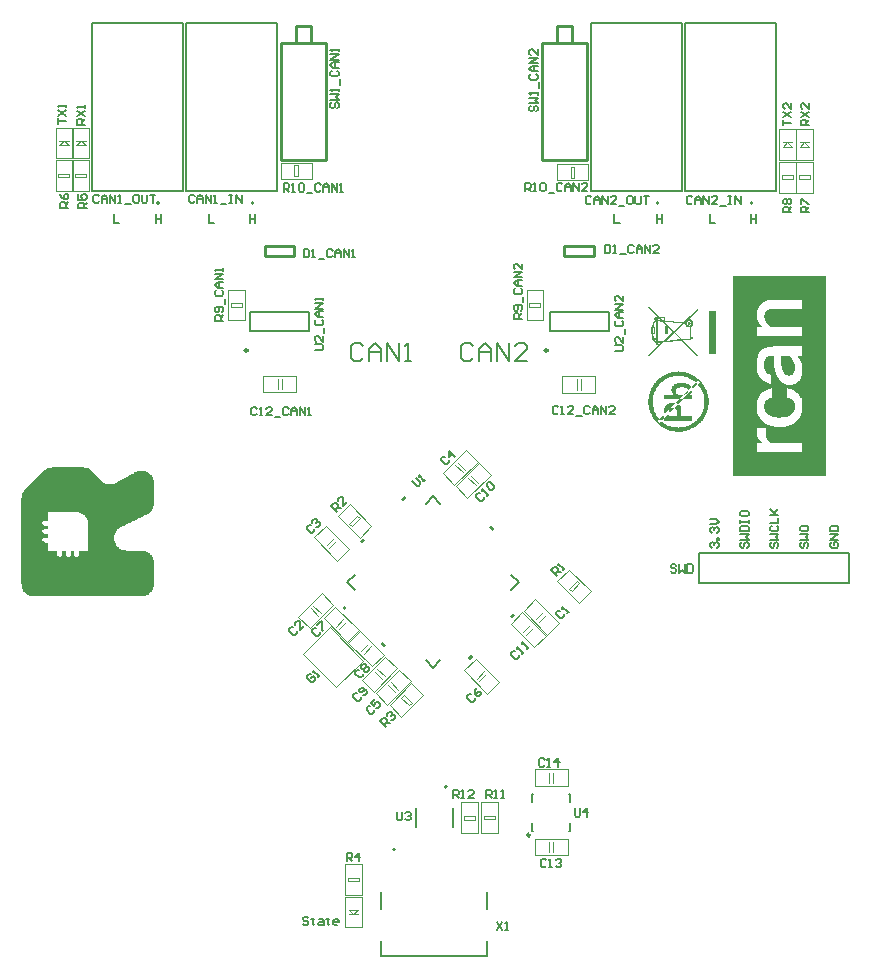
<source format=gto>
G04*
G04 #@! TF.GenerationSoftware,Altium Limited,Altium Designer,24.4.1 (13)*
G04*
G04 Layer_Color=65535*
%FSLAX25Y25*%
%MOIN*%
G70*
G04*
G04 #@! TF.SameCoordinates,CE62225C-9D11-4DC4-9690-87E0813CFFB1*
G04*
G04*
G04 #@! TF.FilePolarity,Positive*
G04*
G01*
G75*
%ADD10C,0.00984*%
%ADD11C,0.00787*%
%ADD12C,0.00600*%
%ADD13C,0.00394*%
%ADD14C,0.00500*%
%ADD15C,0.01000*%
%ADD16C,0.00200*%
G36*
X127670Y29377D02*
X126962Y28670D01*
X128023Y27610D01*
X128730Y28317D01*
X127670Y29377D01*
D02*
G37*
G36*
X157131Y25201D02*
X156070Y24141D01*
X156777Y23434D01*
X157838Y24494D01*
X157131Y25201D01*
D02*
G37*
G36*
X171050Y39121D02*
X169990Y38060D01*
X170697Y37353D01*
X171757Y38414D01*
X171050Y39121D01*
D02*
G37*
G36*
X121771Y63346D02*
X120710Y62285D01*
X120003Y62992D01*
X121063Y64053D01*
X121771Y63346D01*
D02*
G37*
G36*
X135690Y77265D02*
X134629Y76205D01*
X133922Y76912D01*
X134983Y77972D01*
X135690Y77265D01*
D02*
G37*
G36*
X163030Y67522D02*
X163737Y68229D01*
X164798Y67168D01*
X164091Y66461D01*
X163030Y67522D01*
D02*
G37*
G36*
X226681Y119501D02*
X226871Y119486D01*
X227075Y119472D01*
X227323Y119442D01*
X227600Y119413D01*
X227877Y119369D01*
X228198Y119326D01*
X228854Y119180D01*
X229189Y119092D01*
X229539Y118976D01*
X229874Y118859D01*
X230224Y118713D01*
X230239Y118699D01*
X230312Y118684D01*
X230399Y118626D01*
X230531Y118568D01*
X230691Y118495D01*
X230881Y118393D01*
X231085Y118276D01*
X231303Y118145D01*
X231551Y117999D01*
X231814Y117839D01*
X232076Y117664D01*
X232353Y117474D01*
X232616Y117270D01*
X232893Y117051D01*
X233432Y116570D01*
X233447Y116556D01*
X233490Y116512D01*
X233563Y116439D01*
X233665Y116337D01*
X233782Y116206D01*
X233913Y116045D01*
X234059Y115870D01*
X234219Y115666D01*
X234394Y115433D01*
X234569Y115185D01*
X234744Y114923D01*
X234919Y114646D01*
X235109Y114339D01*
X235269Y114033D01*
X235590Y113363D01*
X235605Y113348D01*
X235619Y113275D01*
X235663Y113173D01*
X235706Y113042D01*
X235765Y112867D01*
X235838Y112663D01*
X235911Y112444D01*
X235969Y112181D01*
X236042Y111905D01*
X236115Y111598D01*
X236188Y111278D01*
X236246Y110928D01*
X236333Y110213D01*
X236348Y109834D01*
X236363Y109455D01*
Y109251D01*
X236348Y109105D01*
X236333Y108916D01*
X236319Y108697D01*
X236304Y108449D01*
X236261Y108187D01*
X236231Y107895D01*
X236173Y107589D01*
X236042Y106933D01*
X235954Y106583D01*
X235838Y106233D01*
X235721Y105897D01*
X235590Y105548D01*
X235575Y105533D01*
X235561Y105460D01*
X235502Y105373D01*
X235444Y105241D01*
X235371Y105081D01*
X235269Y104892D01*
X235153Y104687D01*
X235036Y104469D01*
X234890Y104221D01*
X234730Y103958D01*
X234540Y103696D01*
X234351Y103419D01*
X234146Y103156D01*
X233928Y102880D01*
X233680Y102603D01*
X233432Y102340D01*
X233418Y102325D01*
X233374Y102282D01*
X233286Y102209D01*
X233184Y102121D01*
X233053Y102005D01*
X232893Y101859D01*
X232718Y101713D01*
X232513Y101553D01*
X232280Y101392D01*
X232047Y101217D01*
X231770Y101028D01*
X231493Y100853D01*
X231201Y100678D01*
X230881Y100503D01*
X230224Y100182D01*
X230210Y100168D01*
X230137Y100153D01*
X230035Y100109D01*
X229904Y100066D01*
X229729Y100007D01*
X229539Y99934D01*
X229306Y99861D01*
X229044Y99803D01*
X228766Y99730D01*
X228460Y99657D01*
X228139Y99584D01*
X227804Y99526D01*
X227454Y99482D01*
X227090Y99439D01*
X226711Y99424D01*
X226332Y99409D01*
X226302D01*
X226244D01*
X226128D01*
X225982Y99424D01*
X225792Y99439D01*
X225573Y99453D01*
X225326Y99468D01*
X225063Y99511D01*
X224771Y99541D01*
X224465Y99599D01*
X223809Y99730D01*
X223459Y99818D01*
X223109Y99934D01*
X222774Y100051D01*
X222424Y100182D01*
X222410Y100197D01*
X222337Y100226D01*
X222249Y100270D01*
X222118Y100328D01*
X221958Y100401D01*
X221768Y100503D01*
X221564Y100620D01*
X221345Y100751D01*
X221097Y100897D01*
X220849Y101057D01*
X220572Y101232D01*
X220310Y101421D01*
X220033Y101626D01*
X219756Y101859D01*
X219231Y102340D01*
X219217Y102355D01*
X219173Y102398D01*
X219100Y102486D01*
X218998Y102588D01*
X218896Y102719D01*
X218750Y102880D01*
X218604Y103054D01*
X218444Y103259D01*
X218283Y103492D01*
X218109Y103740D01*
X217919Y104002D01*
X217744Y104279D01*
X217569Y104585D01*
X217394Y104892D01*
X217073Y105562D01*
X217059Y105577D01*
X217044Y105650D01*
X217000Y105752D01*
X216942Y105883D01*
X216884Y106058D01*
X216825Y106247D01*
X216753Y106481D01*
X216665Y106743D01*
X216592Y107020D01*
X216519Y107326D01*
X216461Y107647D01*
X216403Y107983D01*
X216344Y108332D01*
X216301Y108697D01*
X216286Y109076D01*
X216271Y109455D01*
Y109659D01*
X216286Y109805D01*
X216301Y109994D01*
X216315Y110213D01*
X216344Y110461D01*
X216373Y110723D01*
X216417Y111015D01*
X216461Y111336D01*
X216534Y111657D01*
X216607Y111992D01*
X216694Y112327D01*
X216811Y112677D01*
X216928Y113027D01*
X217073Y113377D01*
X217088Y113392D01*
X217103Y113465D01*
X217161Y113552D01*
X217219Y113683D01*
X217292Y113844D01*
X217394Y114033D01*
X217511Y114237D01*
X217642Y114471D01*
X217788Y114704D01*
X217948Y114966D01*
X218123Y115229D01*
X218313Y115506D01*
X218517Y115768D01*
X218750Y116045D01*
X219231Y116570D01*
X219246Y116585D01*
X219289Y116628D01*
X219362Y116701D01*
X219479Y116789D01*
X219610Y116905D01*
X219756Y117037D01*
X219946Y117183D01*
X220150Y117343D01*
X220368Y117518D01*
X220616Y117693D01*
X220879Y117868D01*
X221156Y118043D01*
X221447Y118218D01*
X221768Y118393D01*
X222424Y118713D01*
X222439Y118728D01*
X222512Y118743D01*
X222599Y118786D01*
X222745Y118845D01*
X222905Y118903D01*
X223109Y118961D01*
X223343Y119034D01*
X223591Y119122D01*
X223882Y119194D01*
X224174Y119267D01*
X224495Y119326D01*
X224844Y119384D01*
X225194Y119442D01*
X225559Y119486D01*
X225938Y119501D01*
X226332Y119515D01*
X226361D01*
X226419D01*
X226536D01*
X226681Y119501D01*
D02*
G37*
G36*
X220109Y137558D02*
Y137596D01*
X221783D01*
Y136472D01*
X227978Y135885D01*
X232674Y140231D01*
X232937Y139907D01*
X229739Y136946D01*
X229901D01*
X229914D01*
X229926D01*
X230001D01*
X230101Y136921D01*
X230239Y136896D01*
X230401Y136846D01*
X230563Y136784D01*
X230726Y136684D01*
X230876Y136547D01*
X230888Y136534D01*
X230938Y136472D01*
X231000Y136397D01*
X231063Y136272D01*
X231138Y136135D01*
X231200Y135972D01*
X231250Y135785D01*
X231263Y135585D01*
Y135510D01*
X231250Y135460D01*
X231225Y135310D01*
X231175Y135135D01*
X231100Y134948D01*
X230988Y134748D01*
X230913Y134661D01*
X230813Y134573D01*
X230713Y134486D01*
X230601Y134411D01*
Y131026D01*
X231238D01*
Y130214D01*
X230601D01*
X230588Y130189D01*
X230576Y130152D01*
X230551Y130102D01*
X230538Y130089D01*
X230501Y130064D01*
X230438Y130039D01*
X230351Y130027D01*
X230339D01*
X230314Y130015D01*
X230276D01*
X230226Y130002D01*
X230151D01*
X230051Y129990D01*
X229926D01*
X229914D01*
X229864D01*
X229789D01*
X229677Y129977D01*
X229564Y129964D01*
X229414D01*
X229264Y129939D01*
X229102Y129927D01*
X227978Y129840D01*
X232874Y125043D01*
X232624Y124769D01*
X227478Y129790D01*
X221471Y129315D01*
X216387Y124606D01*
X215725D01*
X220771Y129265D01*
X219335Y129128D01*
Y128491D01*
X218823D01*
Y128990D01*
X218810Y129003D01*
X218785D01*
X218760Y129028D01*
X218710Y129053D01*
X218648Y129078D01*
X218573Y129128D01*
X218473Y129178D01*
X218461Y129190D01*
X218423Y129215D01*
X218361Y129265D01*
X218273Y129340D01*
X218186Y129440D01*
X218086Y129577D01*
X217973Y129740D01*
X217861Y129952D01*
X217536D01*
Y130801D01*
X217599D01*
Y130814D01*
X217586Y130851D01*
Y130901D01*
X217574Y130964D01*
X217561Y131051D01*
X217549Y131139D01*
X217511Y131363D01*
Y131376D01*
X217499Y131426D01*
Y131488D01*
X217486Y131576D01*
X217474Y131676D01*
X217461Y131788D01*
X217436Y132038D01*
X217299D01*
Y134311D01*
X217511D01*
Y134361D01*
X217524Y134411D01*
X217536Y134473D01*
X217549Y134561D01*
X217561Y134648D01*
X217599Y134861D01*
X217649Y135098D01*
X217724Y135348D01*
X217799Y135573D01*
X217899Y135772D01*
X217911Y135797D01*
X217949Y135847D01*
X217998Y135935D01*
X218061Y136047D01*
X218236Y136272D01*
X218323Y136384D01*
X218423Y136472D01*
X218411Y136484D01*
X218386Y136509D01*
X218336Y136547D01*
X218286Y136609D01*
X218236Y136684D01*
X218198Y136772D01*
X218161Y136872D01*
X218148Y136996D01*
Y137034D01*
X218161Y137084D01*
X218173Y137146D01*
X218198Y137221D01*
X218223Y137296D01*
X218273Y137371D01*
X218336Y137446D01*
X218348Y137459D01*
X218373Y137484D01*
X218411Y137508D01*
X218461Y137546D01*
X218598Y137621D01*
X218685Y137633D01*
X218773Y137646D01*
X218785D01*
X218810D01*
X218860Y137633D01*
X218923Y137621D01*
X218998Y137596D01*
X219073Y137571D01*
X219147Y137521D01*
X219222Y137459D01*
X219235Y137446D01*
X219247Y137421D01*
X219285Y137383D01*
X219310Y137334D01*
X219347Y137259D01*
X219385Y137184D01*
X219397Y137096D01*
X219410Y136996D01*
Y136971D01*
X219397Y136896D01*
X219372Y136796D01*
X219310Y136684D01*
X220109Y136622D01*
Y136971D01*
X215838Y141168D01*
X216425D01*
X220109Y137558D01*
D02*
G37*
G36*
X238707Y125181D02*
X236546D01*
Y139694D01*
X238707D01*
Y125181D01*
D02*
G37*
G36*
X275513Y84744D02*
X244455D01*
Y151272D01*
X275513D01*
Y84744D01*
D02*
G37*
%LPC*%
G36*
X223581Y107307D02*
X223561Y107297D01*
X223547Y107283D01*
X223518Y107254D01*
X223459Y107195D01*
X223419Y107144D01*
X223581Y107307D01*
D02*
G37*
G36*
X226667Y118086D02*
X226332D01*
X226317D01*
X226259D01*
X226157D01*
X226025Y118072D01*
X225865D01*
X225690Y118057D01*
X225471Y118028D01*
X225238Y117999D01*
X224990Y117970D01*
X224728Y117926D01*
X224159Y117795D01*
X223576Y117634D01*
X223270Y117518D01*
X222978Y117401D01*
X222964Y117387D01*
X222905Y117372D01*
X222818Y117328D01*
X222716Y117270D01*
X222570Y117212D01*
X222410Y117124D01*
X222235Y117022D01*
X222045Y116920D01*
X221608Y116658D01*
X221156Y116337D01*
X220689Y115972D01*
X220237Y115564D01*
X220223Y115550D01*
X220179Y115506D01*
X220121Y115447D01*
X220048Y115360D01*
X219946Y115243D01*
X219829Y115112D01*
X219698Y114966D01*
X219566Y114791D01*
X219421Y114602D01*
X219275Y114383D01*
X219114Y114164D01*
X218969Y113917D01*
X218663Y113392D01*
X218386Y112823D01*
X218371Y112809D01*
X218356Y112750D01*
X218327Y112663D01*
X218283Y112546D01*
X218225Y112400D01*
X218167Y112225D01*
X218109Y112021D01*
X218036Y111802D01*
X217977Y111569D01*
X217919Y111307D01*
X217861Y111030D01*
X217802Y110738D01*
X217729Y110111D01*
X217700Y109790D01*
Y109280D01*
X217715Y109149D01*
Y108988D01*
X217729Y108814D01*
X217759Y108595D01*
X217788Y108362D01*
X217817Y108114D01*
X217861Y107851D01*
X217992Y107283D01*
X218152Y106685D01*
X218269Y106393D01*
X218386Y106087D01*
X218400Y106072D01*
X218415Y106014D01*
X218458Y105927D01*
X218517Y105825D01*
X218575Y105679D01*
X218663Y105518D01*
X218765Y105343D01*
X218867Y105154D01*
X219144Y104717D01*
X219450Y104250D01*
X219829Y103783D01*
X219939Y103661D01*
X219319Y103040D01*
X219916Y102471D01*
X220520Y103073D01*
X220441Y103142D01*
X220354Y103215D01*
X220296Y103288D01*
X220252Y103317D01*
X220237Y103331D01*
X219939Y103661D01*
X221535Y105258D01*
Y106160D01*
X221549Y106466D01*
X221564Y106787D01*
X221593Y107093D01*
X221608Y107239D01*
X221622Y107355D01*
X221637Y107472D01*
X221666Y107560D01*
Y107574D01*
X221681Y107589D01*
X221710Y107676D01*
X221768Y107808D01*
X221855Y107968D01*
X221987Y108143D01*
X222133Y108332D01*
X222337Y108522D01*
X222570Y108682D01*
X222585D01*
X222599Y108697D01*
X222643Y108726D01*
X222701Y108755D01*
X222774Y108784D01*
X222862Y108828D01*
X223080Y108916D01*
X223343Y108988D01*
X223649Y109061D01*
X223999Y109120D01*
X224378Y109134D01*
X224393D01*
X224422D01*
X224465D01*
X224524D01*
X224684Y109120D01*
X224888Y109105D01*
X225121Y109076D01*
X225312Y109040D01*
X223581Y107307D01*
X223707Y107370D01*
X223868Y107428D01*
X224013Y107458D01*
X224130Y107487D01*
X224247Y107501D01*
X224334Y107516D01*
X224393D01*
X224407D01*
X224567D01*
X224699Y107487D01*
X224830Y107458D01*
X224895Y107439D01*
X223124Y105672D01*
Y104717D01*
X225719D01*
Y105723D01*
X225705Y105897D01*
Y106102D01*
X225690Y106320D01*
X225661Y106525D01*
X225632Y106699D01*
X225617Y106772D01*
X225588Y106831D01*
Y106845D01*
X225559Y106874D01*
X225530Y106933D01*
X225486Y107006D01*
X225413Y107079D01*
X225340Y107166D01*
X225238Y107254D01*
X225121Y107341D01*
X225107Y107355D01*
X225078Y107370D01*
X225005Y107399D01*
X224932Y107428D01*
X224895Y107439D01*
X226165Y108706D01*
X226157Y108712D01*
X226025Y108784D01*
X225923Y108843D01*
X225865Y108872D01*
X225836Y108886D01*
X225603Y108974D01*
X225355Y109032D01*
X225312Y109040D01*
X226470Y110199D01*
X227661D01*
X226165Y108706D01*
X226288Y108624D01*
X226448Y108507D01*
X226594Y108376D01*
X226740Y108230D01*
X226754Y108216D01*
X226784Y108172D01*
X226842Y108099D01*
X226915Y107997D01*
X226988Y107880D01*
X227046Y107735D01*
X227119Y107574D01*
X227177Y107399D01*
Y107370D01*
X227192Y107312D01*
X227206Y107195D01*
X227221Y107020D01*
X227236Y106904D01*
X227250Y106787D01*
Y106656D01*
X227265Y106495D01*
Y106335D01*
X227279Y106145D01*
Y104717D01*
X230822D01*
Y103127D01*
X221535D01*
Y104086D01*
X223124Y105672D01*
Y106189D01*
X223139Y106379D01*
X223153Y106510D01*
X223168Y106583D01*
X223182Y106612D01*
X223226Y106772D01*
X223270Y106904D01*
X223328Y107020D01*
X223401Y107122D01*
X223419Y107144D01*
X221535Y105258D01*
Y104086D01*
X220520Y103073D01*
X220558Y103040D01*
X220689Y102923D01*
X220835Y102807D01*
X221010Y102661D01*
X221199Y102515D01*
X221418Y102369D01*
X221637Y102223D01*
X221885Y102063D01*
X222410Y101771D01*
X222978Y101494D01*
X222993D01*
X223051Y101465D01*
X223139Y101436D01*
X223255Y101392D01*
X223401Y101334D01*
X223576Y101276D01*
X223765Y101217D01*
X223984Y101159D01*
X224232Y101101D01*
X224495Y101042D01*
X224771Y100984D01*
X225063Y100926D01*
X225676Y100853D01*
X225996Y100838D01*
X226332Y100824D01*
X226346D01*
X226405D01*
X226507D01*
X226638Y100838D01*
X226798D01*
X226973Y100853D01*
X227192Y100882D01*
X227425Y100911D01*
X227673Y100940D01*
X227935Y100984D01*
X228504Y101101D01*
X229102Y101276D01*
X229393Y101378D01*
X229700Y101494D01*
X229714Y101509D01*
X229772Y101523D01*
X229860Y101567D01*
X229962Y101611D01*
X230108Y101684D01*
X230268Y101771D01*
X230443Y101859D01*
X230633Y101976D01*
X231070Y102238D01*
X231537Y102559D01*
X232003Y102923D01*
X232455Y103331D01*
X232470Y103346D01*
X232499Y103390D01*
X232572Y103448D01*
X232645Y103536D01*
X232747Y103652D01*
X232849Y103783D01*
X232980Y103944D01*
X233111Y104119D01*
X233257Y104308D01*
X233403Y104512D01*
X233563Y104746D01*
X233709Y104994D01*
X234015Y105518D01*
X234292Y106087D01*
Y106102D01*
X234321Y106160D01*
X234351Y106247D01*
X234394Y106364D01*
X234453Y106510D01*
X234511Y106685D01*
X234569Y106889D01*
X234628Y107108D01*
X234686Y107341D01*
X234744Y107603D01*
X234803Y107880D01*
X234861Y108172D01*
X234934Y108799D01*
X234948Y109120D01*
X234963Y109455D01*
Y109630D01*
X234948Y109761D01*
Y109922D01*
X234934Y110097D01*
X234905Y110315D01*
X234875Y110549D01*
X234846Y110796D01*
X234803Y111059D01*
X234686Y111627D01*
X234511Y112225D01*
X234409Y112517D01*
X234292Y112823D01*
X234278Y112838D01*
X234263Y112896D01*
X234219Y112983D01*
X234161Y113085D01*
X234103Y113231D01*
X234015Y113392D01*
X233913Y113567D01*
X233811Y113756D01*
X233549Y114194D01*
X233228Y114646D01*
X232863Y115112D01*
X232731Y115258D01*
X233345Y115870D01*
X232732Y116468D01*
X232127Y115862D01*
X232134Y115856D01*
X232251Y115754D01*
X232339Y115681D01*
X232397Y115622D01*
X232441Y115579D01*
X232455Y115564D01*
X232731Y115258D01*
X230983Y113513D01*
Y113319D01*
X230968Y113217D01*
X230939Y113100D01*
X230910Y112940D01*
X230851Y112779D01*
X230779Y112604D01*
X230676Y112415D01*
X230662Y112400D01*
X230633Y112342D01*
X230560Y112254D01*
X230472Y112152D01*
X230356Y112021D01*
X230210Y111890D01*
X230035Y111744D01*
X229831Y111598D01*
X230822D01*
Y110199D01*
X227661D01*
X230983Y113513D01*
Y113581D01*
X230954Y113742D01*
X230910Y113902D01*
X230851Y114062D01*
X230706Y114339D01*
X230663Y114396D01*
X232127Y115862D01*
X232003Y115972D01*
X231843Y116089D01*
X231668Y116220D01*
X231478Y116366D01*
X231274Y116526D01*
X231041Y116672D01*
X230793Y116832D01*
X230268Y117124D01*
X229700Y117401D01*
X229685Y117416D01*
X229627Y117430D01*
X229539Y117459D01*
X229423Y117503D01*
X229277Y117561D01*
X229102Y117620D01*
X228898Y117678D01*
X228679Y117751D01*
X228446Y117809D01*
X228183Y117868D01*
X227906Y117926D01*
X227615Y117984D01*
X226988Y118057D01*
X226667Y118086D01*
D02*
G37*
%LPD*%
G36*
X227673Y115739D02*
X227819D01*
X227994Y115710D01*
X228169Y115695D01*
X228373Y115666D01*
X228796Y115579D01*
X229248Y115447D01*
X229452Y115375D01*
X229670Y115272D01*
X229860Y115170D01*
X230049Y115039D01*
X230064Y115025D01*
X230093Y115010D01*
X230137Y114966D01*
X230195Y114923D01*
X230356Y114762D01*
X230531Y114573D01*
X230663Y114396D01*
X229508Y113240D01*
X229525Y113173D01*
X229539Y113085D01*
X229554Y113027D01*
Y112881D01*
X229539Y112765D01*
X229466Y112546D01*
X229364Y112356D01*
X229233Y112211D01*
X229102Y112094D01*
X228985Y112021D01*
X228898Y111963D01*
X228883Y111948D01*
X228869D01*
X228650Y111846D01*
X228387Y111773D01*
X228125Y111715D01*
X227966Y111696D01*
X226470Y110199D01*
X221535D01*
Y111700D01*
X224874D01*
X224859Y111715D01*
X224830Y111730D01*
X224786Y111773D01*
X224728Y111832D01*
X224567Y111977D01*
X224393Y112181D01*
X224218Y112429D01*
X224072Y112706D01*
X224013Y112867D01*
X223970Y113027D01*
X223940Y113202D01*
Y113479D01*
X223955Y113552D01*
X223970Y113639D01*
X223984Y113742D01*
X224043Y113975D01*
X224159Y114252D01*
X224218Y114383D01*
X224305Y114529D01*
X224407Y114675D01*
X224524Y114806D01*
X224655Y114937D01*
X224815Y115068D01*
X224830Y115083D01*
X224859Y115097D01*
X224903Y115127D01*
X224976Y115170D01*
X225063Y115229D01*
X225180Y115287D01*
X225311Y115345D01*
X225471Y115418D01*
X225632Y115477D01*
X225836Y115535D01*
X226040Y115593D01*
X226273Y115652D01*
X226521Y115695D01*
X226798Y115725D01*
X227090Y115754D01*
X227396D01*
X227411D01*
X227469D01*
X227556D01*
X227673Y115739D01*
D02*
G37*
%LPC*%
G36*
X227483Y114223D02*
X227469D01*
X227425D01*
X227367D01*
X227294D01*
X227192Y114208D01*
X227090D01*
X226827Y114179D01*
X226550Y114135D01*
X226273Y114062D01*
X226025Y113975D01*
X225909Y113917D01*
X225807Y113844D01*
X225792Y113829D01*
X225734Y113785D01*
X225661Y113712D01*
X225573Y113625D01*
X225486Y113494D01*
X225413Y113348D01*
X225355Y113173D01*
X225340Y112969D01*
Y112867D01*
X225369Y112750D01*
X225398Y112619D01*
X225457Y112473D01*
X225530Y112313D01*
X225646Y112181D01*
X225807Y112065D01*
X225836Y112050D01*
X225894Y112007D01*
X226011Y111934D01*
X226171Y111861D01*
X226390Y111773D01*
X226638Y111715D01*
X226929Y111657D01*
X227279Y111642D01*
X227294D01*
X227323D01*
X227381D01*
X227454D01*
X227542Y111657D01*
X227644D01*
X227877Y111686D01*
X227966Y111696D01*
X229508Y113240D01*
X229496Y113290D01*
X229437Y113421D01*
X229350Y113567D01*
X229233Y113698D01*
X229073Y113844D01*
X229058Y113858D01*
X228985Y113902D01*
X228869Y113960D01*
X228708Y114019D01*
X228489Y114092D01*
X228358Y114121D01*
X228212Y114150D01*
X228052Y114179D01*
X227877Y114194D01*
X227688Y114208D01*
X227483Y114223D01*
D02*
G37*
G36*
X221408Y137184D02*
X220484D01*
X221171Y136522D01*
X221408D01*
Y137184D01*
D02*
G37*
G36*
X229901Y136309D02*
X229889D01*
X229851D01*
X229789Y136297D01*
X229714Y136284D01*
X229639Y136259D01*
X229552Y136222D01*
X229464Y136172D01*
X229377Y136097D01*
X229364Y136085D01*
X229339Y136060D01*
X229302Y136010D01*
X229264Y135960D01*
X229227Y135885D01*
X229189Y135797D01*
X229165Y135697D01*
X229152Y135585D01*
Y135535D01*
X229165Y135485D01*
X229177Y135410D01*
X229202Y135335D01*
X229252Y135248D01*
X229302Y135148D01*
X229377Y135060D01*
X229389Y135048D01*
X229414Y135023D01*
X229464Y134985D01*
X229527Y134948D01*
X229602Y134911D01*
X229689Y134873D01*
X229789Y134848D01*
X229901Y134836D01*
X229914D01*
X229951D01*
X230014Y134848D01*
X230076Y134861D01*
X230164Y134886D01*
X230251Y134923D01*
X230339Y134973D01*
X230426Y135048D01*
X230438Y135060D01*
X230463Y135085D01*
X230501Y135135D01*
X230538Y135198D01*
X230576Y135273D01*
X230613Y135373D01*
X230638Y135473D01*
X230651Y135585D01*
Y135635D01*
X230638Y135697D01*
X230626Y135760D01*
X230601Y135847D01*
X230551Y135922D01*
X230501Y136010D01*
X230426Y136097D01*
X230414Y136110D01*
X230388Y136135D01*
X230339Y136160D01*
X230276Y136209D01*
X230201Y136247D01*
X230114Y136272D01*
X230014Y136297D01*
X229901Y136309D01*
D02*
G37*
G36*
X221783Y136035D02*
Y135985D01*
X221708D01*
X224805Y132950D01*
X227578Y135535D01*
X221783Y136035D01*
D02*
G37*
G36*
X218023Y133911D02*
X217674D01*
Y132463D01*
X218023D01*
Y133911D01*
D02*
G37*
G36*
X218823Y136234D02*
X218810D01*
X218785Y136222D01*
X218735Y136197D01*
X218673Y136147D01*
X218648Y136135D01*
X218598Y136085D01*
X218523Y135997D01*
X218436Y135872D01*
Y135860D01*
X218411Y135835D01*
X218386Y135785D01*
X218361Y135722D01*
X218323Y135647D01*
X218273Y135547D01*
X218236Y135435D01*
X218186Y135298D01*
X218173Y135285D01*
X218161Y135235D01*
X218136Y135148D01*
X218111Y135035D01*
X218073Y134898D01*
X218036Y134723D01*
X217998Y134523D01*
X217961Y134311D01*
X218373D01*
Y132038D01*
X217911D01*
Y131913D01*
X217923Y131775D01*
X217936Y131601D01*
X217961Y131401D01*
X217986Y131201D01*
X218023Y130989D01*
X218073Y130801D01*
X218823D01*
Y136234D01*
D02*
G37*
G36*
X228140Y135485D02*
X225093Y132675D01*
X227578Y130277D01*
X230114Y130464D01*
Y134224D01*
X230101D01*
X230076D01*
X230014Y134211D01*
X230001D01*
X229976D01*
X229901Y134199D01*
X229889D01*
X229876D01*
X229802D01*
X229701Y134224D01*
X229577Y134249D01*
X229427Y134286D01*
X229277Y134348D01*
X229115Y134436D01*
X228977Y134548D01*
X228965Y134561D01*
X228915Y134611D01*
X228865Y134686D01*
X228790Y134798D01*
X228715Y134923D01*
X228652Y135073D01*
X228602Y135248D01*
X228565Y135448D01*
X228140Y135485D01*
D02*
G37*
G36*
X224805Y132413D02*
X221995Y129790D01*
X227041Y130214D01*
X224805Y132413D01*
D02*
G37*
G36*
X219335Y136259D02*
Y129577D01*
X221308Y129740D01*
X224531Y132700D01*
X222695Y134486D01*
Y131988D01*
X221758D01*
Y134836D01*
X222295D01*
X221146Y135985D01*
X220109D01*
Y136222D01*
X219335Y136259D01*
D02*
G37*
G36*
X218823Y129952D02*
X218373D01*
X218386Y129939D01*
X218398Y129914D01*
X218423Y129865D01*
X218461Y129815D01*
X218548Y129690D01*
X218598Y129640D01*
X218648Y129590D01*
X218673Y129577D01*
X218710Y129552D01*
X218773Y129515D01*
X218823Y129502D01*
Y129952D01*
D02*
G37*
%LPD*%
G36*
X229976Y136022D02*
X230051Y136010D01*
X230126Y135985D01*
X230214Y135922D01*
X230301Y135847D01*
X230351Y135735D01*
X230388Y135585D01*
Y135547D01*
X230376Y135522D01*
X230363Y135473D01*
X230326Y135360D01*
X230289Y135298D01*
X230239Y135235D01*
X230226D01*
X230214Y135210D01*
X230139Y135160D01*
X230039Y135110D01*
X229964Y135098D01*
X229901Y135085D01*
X229889D01*
X229864D01*
X229789Y135110D01*
X229689Y135148D01*
X229639Y135185D01*
X229589Y135235D01*
X229577Y135248D01*
X229564Y135260D01*
X229514Y135335D01*
X229477Y135448D01*
X229452Y135522D01*
Y135623D01*
X229464Y135697D01*
X229514Y135797D01*
X229539Y135847D01*
X229589Y135897D01*
Y135910D01*
X229614Y135922D01*
X229677Y135972D01*
X229777Y136010D01*
X229839Y136035D01*
X229901D01*
X229926D01*
X229976Y136022D01*
D02*
G37*
%LPC*%
G36*
X267323Y143398D02*
X257810D01*
D01*
X257750D01*
X257810D01*
X257310Y143381D01*
X256844Y143348D01*
X256411Y143281D01*
X255994Y143181D01*
X255627Y143065D01*
X255261Y142931D01*
X254944Y142781D01*
X254645Y142615D01*
X254361Y142415D01*
X254112Y142232D01*
X253878Y142015D01*
X253662Y141798D01*
X253478Y141565D01*
X253312Y141332D01*
X253145Y141099D01*
X253012Y140866D01*
X252795Y140399D01*
X252612Y139933D01*
X252495Y139516D01*
X252412Y139133D01*
X252379Y138950D01*
X252362Y138800D01*
X252345Y138666D01*
Y138550D01*
X252329Y138466D01*
Y138333D01*
X252345Y137883D01*
X252412Y137450D01*
X252529Y137050D01*
X252662Y136684D01*
X252812Y136334D01*
X252995Y136001D01*
X253179Y135717D01*
X253378Y135451D01*
X253578Y135201D01*
X253762Y135001D01*
X253945Y134818D01*
X254095Y134668D01*
X254228Y134551D01*
X254345Y134468D01*
X254411Y134418D01*
X254428Y134401D01*
X252645D01*
Y131319D01*
X252329D01*
D01*
X267323D01*
Y143398D01*
D02*
G37*
G36*
Y127837D02*
X257910D01*
X257327Y127821D01*
X256777Y127771D01*
X256277Y127687D01*
X255827Y127587D01*
X255428Y127471D01*
X255061Y127321D01*
X254745Y127188D01*
X254461Y127038D01*
X254228Y126871D01*
X254012Y126738D01*
X253845Y126604D01*
X253712Y126471D01*
X253612Y126371D01*
X253528Y126288D01*
X253495Y126238D01*
X253478Y126221D01*
X253278Y125905D01*
X253095Y125572D01*
X252945Y125222D01*
X252812Y124855D01*
X252695Y124489D01*
X252612Y124122D01*
X252529Y123756D01*
X252479Y123406D01*
X252429Y123073D01*
X252396Y122773D01*
X252362Y122506D01*
X252345Y122273D01*
X252329Y122073D01*
Y121806D01*
X252345Y121257D01*
X252379Y120723D01*
X252445Y120240D01*
X252545Y119774D01*
X252645Y119357D01*
X252779Y118958D01*
X252929Y118574D01*
X253095Y118241D01*
X253278Y117925D01*
X253462Y117625D01*
X253678Y117358D01*
X253878Y117108D01*
X254095Y116892D01*
X254328Y116675D01*
X254561Y116492D01*
X254778Y116325D01*
X255011Y116175D01*
X255244Y116059D01*
X255694Y115842D01*
X256111Y115675D01*
X256477Y115559D01*
X256644Y115526D01*
X256794Y115492D01*
X256927Y115476D01*
X257027Y115442D01*
X257127D01*
X257194Y115426D01*
X257227D01*
X257243D01*
Y118474D01*
X257027Y118491D01*
X256827Y118524D01*
X256444Y118641D01*
X256127Y118808D01*
X255861Y119024D01*
X255627Y119257D01*
X255428Y119524D01*
X255278Y119824D01*
X255144Y120107D01*
X255044Y120407D01*
X254978Y120690D01*
X254911Y120957D01*
X254878Y121190D01*
X254861Y121390D01*
X254844Y121540D01*
Y121940D01*
X254861Y122190D01*
X254878Y122423D01*
X254911Y122639D01*
X254944Y122839D01*
X254978Y123006D01*
X255011Y123173D01*
X255044Y123306D01*
X255078Y123439D01*
X255111Y123539D01*
X255144Y123622D01*
X255178Y123706D01*
X255228Y123789D01*
X255244Y123822D01*
X255394Y124039D01*
X255577Y124222D01*
X255744Y124355D01*
X255894Y124472D01*
X256044Y124539D01*
X256161Y124589D01*
X256227Y124622D01*
X256261D01*
X256510Y124672D01*
X256810Y124705D01*
X257110Y124739D01*
X257410Y124755D01*
X257677Y124772D01*
X257793D01*
X257893D01*
X257977D01*
X258043D01*
X258077D01*
X258093D01*
Y123822D01*
X258110Y123023D01*
X258143Y122273D01*
X258226Y121573D01*
X258310Y120907D01*
X258443Y120307D01*
X258576Y119741D01*
X258726Y119208D01*
X258910Y118724D01*
X259093Y118274D01*
X259309Y117875D01*
X259509Y117508D01*
X259742Y117158D01*
X259976Y116858D01*
X260209Y116575D01*
X260459Y116325D01*
X260692Y116109D01*
X260942Y115926D01*
X261192Y115742D01*
X261425Y115592D01*
X261658Y115476D01*
X261875Y115376D01*
X262092Y115276D01*
X262491Y115142D01*
X262675Y115109D01*
X262825Y115076D01*
X262958Y115042D01*
X263091Y115026D01*
X263175Y115009D01*
X252329D01*
D01*
X263308D01*
X263658Y115026D01*
X263991Y115076D01*
X264307Y115142D01*
X264607Y115226D01*
X264891Y115342D01*
X265140Y115459D01*
X265390Y115592D01*
X265590Y115726D01*
X265790Y115859D01*
X265957Y115992D01*
X266107Y116109D01*
X266223Y116225D01*
X266323Y116309D01*
X266390Y116375D01*
X266423Y116425D01*
X266440Y116442D01*
X266656Y116725D01*
X266840Y117008D01*
X266990Y117325D01*
X267140Y117625D01*
X267256Y117941D01*
X267339Y118241D01*
X267423Y118541D01*
X267489Y118824D01*
X267539Y119091D01*
X267573Y119324D01*
X267606Y119557D01*
X267623Y119741D01*
Y119890D01*
X267639Y120007D01*
Y120240D01*
Y120107D01*
X267623Y120674D01*
X267556Y121207D01*
X267473Y121706D01*
X267356Y122156D01*
X267223Y122573D01*
X267073Y122956D01*
X266923Y123306D01*
X266756Y123622D01*
X266590Y123889D01*
X266440Y124122D01*
X266290Y124322D01*
X266157Y124489D01*
X266040Y124605D01*
X265957Y124705D01*
X265890Y124755D01*
X265873Y124772D01*
X267323D01*
Y127837D01*
D02*
G37*
G36*
X267639Y113876D02*
Y107895D01*
X267623Y108345D01*
X267589Y108762D01*
X267523Y109161D01*
X267456Y109545D01*
X267356Y109911D01*
X267256Y110244D01*
X267140Y110544D01*
X267023Y110828D01*
X266923Y111077D01*
X266806Y111294D01*
X266706Y111494D01*
X266606Y111644D01*
X266540Y111777D01*
X266473Y111877D01*
X266440Y111927D01*
X266423Y111944D01*
X266173Y112227D01*
X265907Y112494D01*
X265607Y112727D01*
X265290Y112943D01*
X264974Y113110D01*
X264657Y113277D01*
X264341Y113410D01*
X264024Y113526D01*
X263724Y113626D01*
X263458Y113693D01*
X263208Y113760D01*
X262991Y113810D01*
X262808Y113843D01*
X262675Y113860D01*
X262591Y113876D01*
X262558D01*
Y110744D01*
X262808Y110728D01*
X263041Y110694D01*
X263258Y110644D01*
X263458Y110578D01*
X263624Y110511D01*
X263791Y110444D01*
X263941Y110361D01*
X264074Y110278D01*
X264274Y110128D01*
X264424Y109994D01*
X264507Y109895D01*
X264541Y109878D01*
Y109861D01*
X264740Y109545D01*
X264891Y109212D01*
X264990Y108895D01*
X265057Y108578D01*
X265107Y108312D01*
X265124Y108195D01*
Y108095D01*
X265140Y108012D01*
Y107895D01*
X265124Y107596D01*
X265090Y107312D01*
X265024Y107029D01*
X264941Y106779D01*
X264841Y106546D01*
X264740Y106313D01*
X264624Y106113D01*
X264507Y105929D01*
X264391Y105763D01*
X264274Y105613D01*
X264174Y105496D01*
X264074Y105380D01*
X263991Y105296D01*
X263924Y105246D01*
X263891Y105213D01*
X263874Y105196D01*
X263624Y105013D01*
X263341Y104847D01*
X263041Y104713D01*
X262725Y104597D01*
X262408Y104497D01*
X262075Y104397D01*
X261458Y104280D01*
X261159Y104230D01*
X260875Y104197D01*
X260642Y104180D01*
X260426Y104164D01*
X260242Y104147D01*
X260109D01*
X260026D01*
X259992D01*
X259526Y104164D01*
X259076Y104197D01*
X258676Y104247D01*
X258293Y104313D01*
X257943Y104380D01*
X257627Y104480D01*
X257344Y104563D01*
X257077Y104663D01*
X256860Y104763D01*
X256660Y104847D01*
X256494Y104946D01*
X256361Y105013D01*
X256261Y105080D01*
X256194Y105130D01*
X256144Y105163D01*
X256127Y105180D01*
X255894Y105380D01*
X255711Y105596D01*
X255528Y105813D01*
X255378Y106046D01*
X255261Y106279D01*
X255161Y106496D01*
X255078Y106712D01*
X255011Y106929D01*
X254944Y107129D01*
X254911Y107312D01*
X254878Y107479D01*
X254861Y107612D01*
X254844Y107729D01*
Y107895D01*
X254878Y108312D01*
X254944Y108695D01*
X255028Y109028D01*
X255144Y109328D01*
X255261Y109561D01*
X255344Y109728D01*
X255394Y109795D01*
X255411Y109845D01*
X255444Y109861D01*
Y109878D01*
X255561Y110028D01*
X255694Y110144D01*
X256011Y110361D01*
X256344Y110511D01*
X256660Y110611D01*
X256960Y110678D01*
X257094Y110711D01*
X257210Y110728D01*
X257310D01*
X257377Y110744D01*
X257427D01*
X257443D01*
Y113876D01*
X256960Y113810D01*
X256527Y113710D01*
X256111Y113593D01*
X255728Y113460D01*
X255378Y113310D01*
X255061Y113143D01*
X254778Y112977D01*
X254528Y112810D01*
X254295Y112643D01*
X254112Y112477D01*
X253945Y112344D01*
X253812Y112210D01*
X253712Y112094D01*
X253628Y112010D01*
X253595Y111960D01*
X253578Y111944D01*
X253362Y111627D01*
X253162Y111294D01*
X252995Y110961D01*
X252862Y110628D01*
X252729Y110278D01*
X252629Y109944D01*
X252545Y109611D01*
X252479Y109311D01*
X252429Y109012D01*
X252396Y108745D01*
X252362Y108512D01*
X252345Y108295D01*
X252329Y108129D01*
Y108195D01*
Y107895D01*
X252345Y107329D01*
X252412Y106779D01*
X252512Y106263D01*
X252645Y105796D01*
X252795Y105346D01*
X252962Y104930D01*
X253145Y104563D01*
X253328Y104214D01*
X253528Y103914D01*
X253712Y103647D01*
X253878Y103414D01*
X254028Y103231D01*
X254161Y103081D01*
X254261Y102964D01*
X254328Y102897D01*
X254345Y102881D01*
X254745Y102548D01*
X255161Y102264D01*
X255611Y102014D01*
X256077Y101798D01*
X256544Y101614D01*
X257010Y101465D01*
X257477Y101331D01*
X257927Y101231D01*
X258343Y101148D01*
X258743Y101098D01*
X259093Y101048D01*
X259393Y101031D01*
X259643Y101015D01*
X259742Y100998D01*
X259992D01*
X260659Y101015D01*
X261275Y101081D01*
X261858Y101165D01*
X262408Y101298D01*
X262908Y101431D01*
X263374Y101598D01*
X263791Y101764D01*
X264174Y101948D01*
X264507Y102114D01*
X264807Y102281D01*
X265057Y102447D01*
X265274Y102581D01*
X265424Y102714D01*
X265540Y102797D01*
X265623Y102864D01*
X265640Y102881D01*
X265990Y103247D01*
X266307Y103630D01*
X266573Y104047D01*
X266790Y104463D01*
X266990Y104880D01*
X267156Y105296D01*
X267289Y105696D01*
X267389Y106096D01*
X267473Y106463D01*
X267539Y106812D01*
X267573Y107112D01*
X267606Y107379D01*
X267623Y107596D01*
X267639Y107762D01*
Y113876D01*
D02*
G37*
G36*
X259742Y100998D02*
D01*
X252329D01*
X259742D01*
D02*
G37*
G36*
X267323Y100515D02*
Y95700D01*
X257144D01*
X256827Y95934D01*
X256544Y96183D01*
X256294Y96433D01*
X256094Y96683D01*
X255911Y96950D01*
X255777Y97200D01*
X255644Y97433D01*
X255561Y97666D01*
X255478Y97883D01*
X255428Y98083D01*
X255378Y98249D01*
X255361Y98399D01*
X255344Y98532D01*
X255328Y98616D01*
Y99049D01*
X255361Y99382D01*
X255378Y99699D01*
X255411Y99965D01*
X255444Y100198D01*
X255461Y100365D01*
X255478Y100432D01*
X255494Y100482D01*
Y100515D01*
X267323D01*
X252329D01*
X252479D01*
X252429Y100198D01*
X252396Y99915D01*
X252362Y99682D01*
X252345Y99465D01*
X252329Y99299D01*
Y99082D01*
X252362Y98682D01*
X252429Y98299D01*
X252545Y97949D01*
X252679Y97616D01*
X252862Y97316D01*
X253045Y97033D01*
X253262Y96783D01*
X253462Y96550D01*
X253678Y96350D01*
X253895Y96183D01*
X254078Y96033D01*
X254261Y95917D01*
X254395Y95817D01*
X254511Y95750D01*
X254578Y95717D01*
X254611Y95700D01*
X252645D01*
Y92618D01*
X267323D01*
Y100515D01*
D02*
G37*
%LPD*%
G36*
Y134401D02*
X257027D01*
X256660Y134735D01*
X256344Y135068D01*
X256061Y135384D01*
X255827Y135701D01*
X255627Y136001D01*
X255444Y136301D01*
X255311Y136584D01*
X255211Y136834D01*
X255111Y137084D01*
X255061Y137300D01*
X255011Y137484D01*
X254978Y137650D01*
X254961Y137767D01*
X254944Y137867D01*
Y138183D01*
X254978Y138400D01*
X255044Y138766D01*
X255161Y139083D01*
X255278Y139333D01*
X255411Y139533D01*
X255528Y139666D01*
X255594Y139733D01*
X255627Y139766D01*
X255761Y139866D01*
X255911Y139949D01*
X256261Y140082D01*
X256644Y140182D01*
X257010Y140249D01*
X257360Y140282D01*
X257510Y140299D01*
X257643Y140316D01*
X257760D01*
X257843D01*
X257893D01*
X257910D01*
X267323D01*
Y134401D01*
D02*
G37*
G36*
X263558Y124539D02*
X263824Y124255D01*
X264057Y123989D01*
X264257Y123706D01*
X264407Y123472D01*
X264524Y123273D01*
X264574Y123189D01*
X264591Y123139D01*
X264624Y123106D01*
Y123089D01*
X264791Y122689D01*
X264924Y122273D01*
X265007Y121890D01*
X265074Y121556D01*
X265107Y121257D01*
X265124Y121123D01*
Y121023D01*
X265140Y120940D01*
Y120824D01*
X265124Y120374D01*
X265057Y119991D01*
X264974Y119641D01*
X264891Y119374D01*
X264791Y119141D01*
X264724Y118991D01*
X264657Y118891D01*
X264641Y118858D01*
X264424Y118624D01*
X264191Y118458D01*
X263958Y118324D01*
X263708Y118241D01*
X263508Y118191D01*
X263324Y118175D01*
X263258Y118158D01*
X263208D01*
X263191D01*
X263175D01*
X262925Y118175D01*
X262708Y118225D01*
X262491Y118291D01*
X262292Y118375D01*
X262108Y118491D01*
X261925Y118641D01*
X261775Y118791D01*
X261625Y118974D01*
X261359Y119357D01*
X261142Y119791D01*
X260975Y120274D01*
X260825Y120757D01*
X260709Y121240D01*
X260626Y121706D01*
X260576Y122140D01*
X260526Y122523D01*
Y122706D01*
X260509Y122856D01*
Y123006D01*
X260492Y123123D01*
Y124772D01*
X263258D01*
X263558Y124539D01*
D02*
G37*
D10*
X176880Y-35013D02*
G03*
X176880Y-35013I-492J0D01*
G01*
X82756Y126575D02*
G03*
X82756Y126575I-492J0D01*
G01*
X182756D02*
G03*
X182756Y126575I-492J0D01*
G01*
D11*
X219685Y175689D02*
G03*
X219685Y175689I-394J0D01*
G01*
X251083D02*
G03*
X251083Y175689I-394J0D01*
G01*
X131890Y-39862D02*
G03*
X131890Y-39862I-394J0D01*
G01*
X149153Y-18976D02*
G03*
X149153Y-18976I-394J0D01*
G01*
X84646Y175689D02*
G03*
X84646Y175689I-394J0D01*
G01*
X53248D02*
G03*
X53248Y175689I-394J0D01*
G01*
X189773Y-33635D02*
X190167D01*
Y-33635D02*
Y-31076D01*
X177568Y-33635D02*
Y-31076D01*
Y-33635D02*
X177962D01*
X177568Y-23989D02*
Y-21430D01*
Y-21430D02*
X177962D01*
X189773D02*
X190167D01*
Y-23989D02*
Y-21430D01*
X103150Y133071D02*
Y139370D01*
X83465Y133071D02*
Y139370D01*
X103150D01*
X83465Y133071D02*
X103150D01*
X283130Y49035D02*
Y59035D01*
X233130Y49035D02*
X283130D01*
X233130Y59035D02*
X283130D01*
X233130Y49035D02*
Y59035D01*
X203150Y133071D02*
Y139370D01*
X183465Y133071D02*
Y139370D01*
X203150D01*
X183465Y133071D02*
X203150D01*
X191700Y-26083D02*
Y-28379D01*
X192159Y-28838D01*
X193078D01*
X193537Y-28379D01*
Y-26083D01*
X195833Y-28838D02*
Y-26083D01*
X194455Y-27461D01*
X196292D01*
X182251Y-43471D02*
X181792Y-43012D01*
X180874D01*
X180414Y-43471D01*
Y-45308D01*
X180874Y-45767D01*
X181792D01*
X182251Y-45308D01*
X183169Y-45767D02*
X184088D01*
X183629D01*
Y-43012D01*
X183169Y-43471D01*
X185465D02*
X185924Y-43012D01*
X186843D01*
X187302Y-43471D01*
Y-43931D01*
X186843Y-44390D01*
X186384D01*
X186843D01*
X187302Y-44849D01*
Y-45308D01*
X186843Y-45767D01*
X185924D01*
X185465Y-45308D01*
X181661Y-9908D02*
X181202Y-9449D01*
X180283D01*
X179824Y-9908D01*
Y-11745D01*
X180283Y-12204D01*
X181202D01*
X181661Y-11745D01*
X182579Y-12204D02*
X183497D01*
X183038D01*
Y-9449D01*
X182579Y-9908D01*
X186252Y-12204D02*
Y-9449D01*
X184875Y-10827D01*
X186712D01*
X204921Y171850D02*
Y169095D01*
X206758D01*
X218996Y171850D02*
Y169095D01*
Y170472D01*
X220833D01*
Y171850D01*
Y169095D01*
X250394Y171850D02*
Y169095D01*
Y170472D01*
X252230D01*
Y171850D01*
Y169095D01*
X236713Y171850D02*
Y169095D01*
X238549D01*
X69784Y171850D02*
Y169095D01*
X71620D01*
X83464Y171850D02*
Y169095D01*
Y170472D01*
X85301D01*
Y171850D01*
Y169095D01*
X52067Y171850D02*
Y169095D01*
Y170472D01*
X53904D01*
Y171850D01*
Y169095D01*
X37992Y171850D02*
Y169095D01*
X39829D01*
X121026Y127931D02*
X120027Y128931D01*
X118027D01*
X117028Y127931D01*
Y123933D01*
X118027Y122933D01*
X120027D01*
X121026Y123933D01*
X123026Y122933D02*
Y126932D01*
X125025Y128931D01*
X127024Y126932D01*
Y122933D01*
Y125932D01*
X123026D01*
X129024Y122933D02*
Y128931D01*
X133022Y122933D01*
Y128931D01*
X135022Y122933D02*
X137021D01*
X136021D01*
Y128931D01*
X135022Y127931D01*
X237369Y60728D02*
X236910Y61187D01*
Y62106D01*
X237369Y62565D01*
X237829D01*
X238288Y62106D01*
Y61647D01*
Y62106D01*
X238747Y62565D01*
X239206D01*
X239665Y62106D01*
Y61187D01*
X239206Y60728D01*
X239665Y63483D02*
X239206D01*
Y63942D01*
X239665D01*
Y63483D01*
X237369Y65779D02*
X236910Y66238D01*
Y67157D01*
X237369Y67616D01*
X237829D01*
X238288Y67157D01*
Y66698D01*
Y67157D01*
X238747Y67616D01*
X239206D01*
X239665Y67157D01*
Y66238D01*
X239206Y65779D01*
X236910Y68534D02*
X238747D01*
X239665Y69453D01*
X238747Y70371D01*
X236910D01*
X267340Y62565D02*
X266881Y62106D01*
Y61187D01*
X267340Y60728D01*
X267799D01*
X268258Y61187D01*
Y62106D01*
X268718Y62565D01*
X269177D01*
X269636Y62106D01*
Y61187D01*
X269177Y60728D01*
X266881Y63483D02*
X269636D01*
X268718Y64402D01*
X269636Y65320D01*
X266881D01*
Y67616D02*
Y66698D01*
X267340Y66238D01*
X269177D01*
X269636Y66698D01*
Y67616D01*
X269177Y68075D01*
X267340D01*
X266881Y67616D01*
X277330Y62565D02*
X276871Y62106D01*
Y61187D01*
X277330Y60728D01*
X279167D01*
X279626Y61187D01*
Y62106D01*
X279167Y62565D01*
X278249D01*
Y61647D01*
X279626Y63483D02*
X276871D01*
X279626Y65320D01*
X276871D01*
Y66238D02*
X279626D01*
Y67616D01*
X279167Y68075D01*
X277330D01*
X276871Y67616D01*
Y66238D01*
X247360Y62565D02*
X246901Y62106D01*
Y61187D01*
X247360Y60728D01*
X247819D01*
X248278Y61187D01*
Y62106D01*
X248737Y62565D01*
X249196D01*
X249656Y62106D01*
Y61187D01*
X249196Y60728D01*
X246901Y63483D02*
X249656D01*
X248737Y64402D01*
X249656Y65320D01*
X246901D01*
Y66238D02*
X249656D01*
Y67616D01*
X249196Y68075D01*
X247360D01*
X246901Y67616D01*
Y66238D01*
Y68993D02*
Y69912D01*
Y69453D01*
X249656D01*
Y68993D01*
Y69912D01*
X246901Y72667D02*
Y71748D01*
X247360Y71289D01*
X249196D01*
X249656Y71748D01*
Y72667D01*
X249196Y73126D01*
X247360D01*
X246901Y72667D01*
X257350Y62565D02*
X256891Y62106D01*
Y61187D01*
X257350Y60728D01*
X257809D01*
X258268Y61187D01*
Y62106D01*
X258727Y62565D01*
X259187D01*
X259646Y62106D01*
Y61187D01*
X259187Y60728D01*
X256891Y63483D02*
X259646D01*
X258727Y64402D01*
X259646Y65320D01*
X256891D01*
X257350Y68075D02*
X256891Y67616D01*
Y66698D01*
X257350Y66238D01*
X259187D01*
X259646Y66698D01*
Y67616D01*
X259187Y68075D01*
X256891Y68993D02*
X259646D01*
Y70830D01*
X256891Y71748D02*
X259646D01*
X258727D01*
X256891Y73585D01*
X258268Y72208D01*
X259646Y73585D01*
X157837Y127931D02*
X156838Y128931D01*
X154838D01*
X153839Y127931D01*
Y123933D01*
X154838Y122933D01*
X156838D01*
X157837Y123933D01*
X159837Y122933D02*
Y126932D01*
X161836Y128931D01*
X163835Y126932D01*
Y122933D01*
Y125932D01*
X159837D01*
X165835Y122933D02*
Y128931D01*
X169833Y122933D01*
Y128931D01*
X175831Y122933D02*
X171833D01*
X175831Y126932D01*
Y127931D01*
X174832Y128931D01*
X172832D01*
X171833Y127931D01*
X177100Y208041D02*
X176641Y207582D01*
Y206663D01*
X177100Y206204D01*
X177559D01*
X178018Y206663D01*
Y207582D01*
X178478Y208041D01*
X178937D01*
X179396Y207582D01*
Y206663D01*
X178937Y206204D01*
X176641Y208959D02*
X179396D01*
X178478Y209877D01*
X179396Y210796D01*
X176641D01*
X179396Y211714D02*
Y212632D01*
Y212173D01*
X176641D01*
X177100Y211714D01*
X179855Y214010D02*
Y215847D01*
X177100Y218602D02*
X176641Y218143D01*
Y217224D01*
X177100Y216765D01*
X178937D01*
X179396Y217224D01*
Y218143D01*
X178937Y218602D01*
X179396Y219520D02*
X177559D01*
X176641Y220438D01*
X177559Y221357D01*
X179396D01*
X178018D01*
Y219520D01*
X179396Y222275D02*
X176641D01*
X179396Y224112D01*
X176641D01*
X179396Y226867D02*
Y225030D01*
X177559Y226867D01*
X177100D01*
X176641Y226408D01*
Y225489D01*
X177100Y225030D01*
X110761Y209189D02*
X110302Y208730D01*
Y207811D01*
X110761Y207352D01*
X111221D01*
X111680Y207811D01*
Y208730D01*
X112139Y209189D01*
X112598D01*
X113057Y208730D01*
Y207811D01*
X112598Y207352D01*
X110302Y210107D02*
X113057D01*
X112139Y211026D01*
X113057Y211944D01*
X110302D01*
X113057Y212862D02*
Y213781D01*
Y213321D01*
X110302D01*
X110761Y212862D01*
X113516Y215158D02*
Y216995D01*
X110761Y219750D02*
X110302Y219291D01*
Y218372D01*
X110761Y217913D01*
X112598D01*
X113057Y218372D01*
Y219291D01*
X112598Y219750D01*
X113057Y220668D02*
X111221D01*
X110302Y221586D01*
X111221Y222505D01*
X113057D01*
X111680D01*
Y220668D01*
X113057Y223423D02*
X110302D01*
X113057Y225260D01*
X110302D01*
X113057Y226178D02*
Y227097D01*
Y226637D01*
X110302D01*
X110761Y226178D01*
X230973Y177526D02*
X230514Y177985D01*
X229596D01*
X229137Y177526D01*
Y175689D01*
X229596Y175230D01*
X230514D01*
X230973Y175689D01*
X231892Y175230D02*
Y177067D01*
X232810Y177985D01*
X233728Y177067D01*
Y175230D01*
Y176608D01*
X231892D01*
X234647Y175230D02*
Y177985D01*
X236484Y175230D01*
Y177985D01*
X239239Y175230D02*
X237402D01*
X239239Y177067D01*
Y177526D01*
X238779Y177985D01*
X237861D01*
X237402Y177526D01*
X240157Y174771D02*
X241993D01*
X242912Y177985D02*
X243830D01*
X243371D01*
Y175230D01*
X242912D01*
X243830D01*
X245208D02*
Y177985D01*
X247044Y175230D01*
Y177985D01*
X197280Y177526D02*
X196820Y177985D01*
X195902D01*
X195443Y177526D01*
Y175689D01*
X195902Y175230D01*
X196820D01*
X197280Y175689D01*
X198198Y175230D02*
Y177067D01*
X199116Y177985D01*
X200035Y177067D01*
Y175230D01*
Y176608D01*
X198198D01*
X200953Y175230D02*
Y177985D01*
X202790Y175230D01*
Y177985D01*
X205545Y175230D02*
X203708D01*
X205545Y177067D01*
Y177526D01*
X205086Y177985D01*
X204167D01*
X203708Y177526D01*
X206463Y174771D02*
X208300D01*
X210596Y177985D02*
X209677D01*
X209218Y177526D01*
Y175689D01*
X209677Y175230D01*
X210596D01*
X211055Y175689D01*
Y177526D01*
X210596Y177985D01*
X211973D02*
Y175689D01*
X212432Y175230D01*
X213351D01*
X213810Y175689D01*
Y177985D01*
X214728D02*
X216565D01*
X215647D01*
Y175230D01*
X174179Y137076D02*
X171424D01*
Y138454D01*
X171884Y138913D01*
X172802D01*
X173261Y138454D01*
Y137076D01*
Y137995D02*
X174179Y138913D01*
X173720Y139831D02*
X174179Y140291D01*
Y141209D01*
X173720Y141668D01*
X171884D01*
X171424Y141209D01*
Y140291D01*
X171884Y139831D01*
X172343D01*
X172802Y140291D01*
Y141668D01*
X174639Y142587D02*
Y144423D01*
X171884Y147178D02*
X171424Y146719D01*
Y145801D01*
X171884Y145342D01*
X173720D01*
X174179Y145801D01*
Y146719D01*
X173720Y147178D01*
X174179Y148097D02*
X172343D01*
X171424Y149015D01*
X172343Y149933D01*
X174179D01*
X172802D01*
Y148097D01*
X174179Y150852D02*
X171424D01*
X174179Y152688D01*
X171424D01*
X174179Y155443D02*
Y153607D01*
X172343Y155443D01*
X171884D01*
X171424Y154984D01*
Y154066D01*
X171884Y153607D01*
X74573Y136453D02*
X71818D01*
Y137830D01*
X72277Y138290D01*
X73196D01*
X73655Y137830D01*
Y136453D01*
Y137371D02*
X74573Y138290D01*
X74114Y139208D02*
X74573Y139667D01*
Y140585D01*
X74114Y141045D01*
X72277D01*
X71818Y140585D01*
Y139667D01*
X72277Y139208D01*
X72736D01*
X73196Y139667D01*
Y141045D01*
X75032Y141963D02*
Y143800D01*
X72277Y146555D02*
X71818Y146096D01*
Y145177D01*
X72277Y144718D01*
X74114D01*
X74573Y145177D01*
Y146096D01*
X74114Y146555D01*
X74573Y147473D02*
X72736D01*
X71818Y148391D01*
X72736Y149310D01*
X74573D01*
X73196D01*
Y147473D01*
X74573Y150228D02*
X71818D01*
X74573Y152065D01*
X71818D01*
X74573Y152983D02*
Y153901D01*
Y153442D01*
X71818D01*
X72277Y152983D01*
X185797Y51271D02*
X183849Y53219D01*
X184823Y54193D01*
X185473D01*
X186122Y53543D01*
Y52894D01*
X185148Y51920D01*
X185797Y52569D02*
X187096D01*
X187745Y53219D02*
X188395Y53868D01*
X188070Y53543D01*
X186122Y55491D01*
Y54842D01*
X157195Y11840D02*
X156546D01*
X155896Y11191D01*
Y10542D01*
X157195Y9243D01*
X157845D01*
X158494Y9892D01*
Y10542D01*
X158819Y14113D02*
X158494Y13139D01*
Y11840D01*
X159143Y11191D01*
X159793D01*
X160442Y11840D01*
Y12490D01*
X160117Y12814D01*
X159468D01*
X158494Y11840D01*
X165781Y-63878D02*
X167618Y-66633D01*
Y-63878D02*
X165781Y-66633D01*
X168536D02*
X169455D01*
X168996D01*
Y-63878D01*
X168536Y-64338D01*
X33139Y178018D02*
X32680Y178477D01*
X31762D01*
X31302Y178018D01*
Y176181D01*
X31762Y175722D01*
X32680D01*
X33139Y176181D01*
X34058Y175722D02*
Y177559D01*
X34976Y178477D01*
X35894Y177559D01*
Y175722D01*
Y177100D01*
X34058D01*
X36813Y175722D02*
Y178477D01*
X38649Y175722D01*
Y178477D01*
X39568Y175722D02*
X40486D01*
X40027D01*
Y178477D01*
X39568Y178018D01*
X41864Y175263D02*
X43700D01*
X45996Y178477D02*
X45078D01*
X44618Y178018D01*
Y176181D01*
X45078Y175722D01*
X45996D01*
X46455Y176181D01*
Y178018D01*
X45996Y178477D01*
X47374D02*
Y176181D01*
X47833Y175722D01*
X48751D01*
X49210Y176181D01*
Y178477D01*
X50129D02*
X51965D01*
X51047D01*
Y175722D01*
X65061Y178018D02*
X64602Y178477D01*
X63684D01*
X63225Y178018D01*
Y176181D01*
X63684Y175722D01*
X64602D01*
X65061Y176181D01*
X65980Y175722D02*
Y177559D01*
X66898Y178477D01*
X67816Y177559D01*
Y175722D01*
Y177100D01*
X65980D01*
X68735Y175722D02*
Y178477D01*
X70571Y175722D01*
Y178477D01*
X71490Y175722D02*
X72408D01*
X71949D01*
Y178477D01*
X71490Y178018D01*
X73786Y175263D02*
X75622D01*
X76540Y178477D02*
X77459D01*
X77000D01*
Y175722D01*
X76540D01*
X77459D01*
X78836D02*
Y178477D01*
X80673Y175722D01*
Y178477D01*
X225624Y54757D02*
X225165Y55216D01*
X224246D01*
X223787Y54757D01*
Y54298D01*
X224246Y53839D01*
X225165D01*
X225624Y53379D01*
Y52920D01*
X225165Y52461D01*
X224246D01*
X223787Y52920D01*
X226542Y55216D02*
Y52461D01*
X227461Y53379D01*
X228379Y52461D01*
Y55216D01*
X229297D02*
Y52461D01*
X230675D01*
X231134Y52920D01*
Y54757D01*
X230675Y55216D01*
X229297D01*
X132448Y-27264D02*
Y-29560D01*
X132907Y-30019D01*
X133826D01*
X134285Y-29560D01*
Y-27264D01*
X135203Y-27723D02*
X135662Y-27264D01*
X136581D01*
X137040Y-27723D01*
Y-28183D01*
X136581Y-28642D01*
X136122D01*
X136581D01*
X137040Y-29101D01*
Y-29560D01*
X136581Y-30019D01*
X135662D01*
X135203Y-29560D01*
X205184Y126348D02*
X207480D01*
X207939Y126807D01*
Y127726D01*
X207480Y128185D01*
X205184D01*
X207939Y130940D02*
Y129103D01*
X206103Y130940D01*
X205643D01*
X205184Y130481D01*
Y129562D01*
X205643Y129103D01*
X208398Y131858D02*
Y133695D01*
X205643Y136450D02*
X205184Y135991D01*
Y135072D01*
X205643Y134613D01*
X207480D01*
X207939Y135072D01*
Y135991D01*
X207480Y136450D01*
X207939Y137368D02*
X206103D01*
X205184Y138286D01*
X206103Y139205D01*
X207939D01*
X206562D01*
Y137368D01*
X207939Y140123D02*
X205184D01*
X207939Y141960D01*
X205184D01*
X207939Y144715D02*
Y142878D01*
X206103Y144715D01*
X205643D01*
X205184Y144256D01*
Y143337D01*
X205643Y142878D01*
X105086Y126709D02*
X107382D01*
X107841Y127168D01*
Y128086D01*
X107382Y128545D01*
X105086D01*
X107841Y131300D02*
Y129464D01*
X106004Y131300D01*
X105545D01*
X105086Y130841D01*
Y129923D01*
X105545Y129464D01*
X108300Y132219D02*
Y134056D01*
X105545Y136811D02*
X105086Y136351D01*
Y135433D01*
X105545Y134974D01*
X107382D01*
X107841Y135433D01*
Y136351D01*
X107382Y136811D01*
X107841Y137729D02*
X106004D01*
X105086Y138647D01*
X106004Y139566D01*
X107841D01*
X106463D01*
Y137729D01*
X107841Y140484D02*
X105086D01*
X107841Y142321D01*
X105086D01*
X107841Y143239D02*
Y144157D01*
Y143698D01*
X105086D01*
X105545Y143239D01*
X137393Y82845D02*
X139016Y81221D01*
X139665D01*
X140315Y81871D01*
Y82520D01*
X138691Y84143D01*
X141289Y82845D02*
X141938Y83494D01*
X141613Y83169D01*
X139665Y85117D01*
Y84468D01*
X151182Y-22736D02*
Y-19981D01*
X152560D01*
X153019Y-20440D01*
Y-21358D01*
X152560Y-21817D01*
X151182D01*
X152101D02*
X153019Y-22736D01*
X153937D02*
X154856D01*
X154396D01*
Y-19981D01*
X153937Y-20440D01*
X158070Y-22736D02*
X156233D01*
X158070Y-20899D01*
Y-20440D01*
X157611Y-19981D01*
X156692D01*
X156233Y-20440D01*
X162173Y-22637D02*
Y-19882D01*
X163550D01*
X164010Y-20342D01*
Y-21260D01*
X163550Y-21719D01*
X162173D01*
X163091D02*
X164010Y-22637D01*
X164928D02*
X165846D01*
X165387D01*
Y-19882D01*
X164928Y-20342D01*
X167224Y-22637D02*
X168142D01*
X167683D01*
Y-19882D01*
X167224Y-20342D01*
X175200Y179561D02*
Y182316D01*
X176578D01*
X177037Y181857D01*
Y180938D01*
X176578Y180479D01*
X175200D01*
X176119D02*
X177037Y179561D01*
X177955D02*
X178874D01*
X178414D01*
Y182316D01*
X177955Y181857D01*
X180251D02*
X180710Y182316D01*
X181629D01*
X182088Y181857D01*
Y180020D01*
X181629Y179561D01*
X180710D01*
X180251Y180020D01*
Y181857D01*
X183006Y179102D02*
X184843D01*
X187598Y181857D02*
X187139Y182316D01*
X186220D01*
X185761Y181857D01*
Y180020D01*
X186220Y179561D01*
X187139D01*
X187598Y180020D01*
X188516Y179561D02*
Y181397D01*
X189434Y182316D01*
X190353Y181397D01*
Y179561D01*
Y180938D01*
X188516D01*
X191271Y179561D02*
Y182316D01*
X193108Y179561D01*
Y182316D01*
X195863Y179561D02*
X194026D01*
X195863Y181397D01*
Y181857D01*
X195404Y182316D01*
X194485D01*
X194026Y181857D01*
X94655Y179462D02*
Y182217D01*
X96033D01*
X96492Y181758D01*
Y180840D01*
X96033Y180381D01*
X94655D01*
X95574D02*
X96492Y179462D01*
X97410D02*
X98329D01*
X97870D01*
Y182217D01*
X97410Y181758D01*
X99706D02*
X100165Y182217D01*
X101084D01*
X101543Y181758D01*
Y179921D01*
X101084Y179462D01*
X100165D01*
X99706Y179921D01*
Y181758D01*
X102461Y179003D02*
X104298D01*
X107053Y181758D02*
X106594Y182217D01*
X105675D01*
X105216Y181758D01*
Y179921D01*
X105675Y179462D01*
X106594D01*
X107053Y179921D01*
X107971Y179462D02*
Y181299D01*
X108890Y182217D01*
X109808Y181299D01*
Y179462D01*
Y180840D01*
X107971D01*
X110726Y179462D02*
Y182217D01*
X112563Y179462D01*
Y182217D01*
X113481Y179462D02*
X114400D01*
X113941D01*
Y182217D01*
X113481Y181758D01*
X112467Y72795D02*
X110519Y74743D01*
X111493Y75717D01*
X112142D01*
X112792Y75067D01*
Y74418D01*
X111817Y73444D01*
X112467Y74093D02*
X113766D01*
X115714Y76041D02*
X114415Y74743D01*
Y77340D01*
X114090Y77665D01*
X113441D01*
X112792Y77015D01*
Y76366D01*
X128780Y1143D02*
X126832Y3091D01*
X127806Y4065D01*
X128455D01*
X129104Y3416D01*
Y2766D01*
X128130Y1792D01*
X128780Y2441D02*
X130078D01*
X129104Y4714D02*
Y5364D01*
X129754Y6013D01*
X130403D01*
X130728Y5688D01*
Y5039D01*
X130403Y4714D01*
X130728Y5039D01*
X131377D01*
X131702Y4714D01*
Y4065D01*
X131052Y3416D01*
X130403D01*
X263976Y172507D02*
X261221D01*
Y173885D01*
X261680Y174344D01*
X262598D01*
X263058Y173885D01*
Y172507D01*
Y173426D02*
X263976Y174344D01*
X261680Y175262D02*
X261221Y175722D01*
Y176640D01*
X261680Y177099D01*
X262139D01*
X262598Y176640D01*
X263058Y177099D01*
X263517D01*
X263976Y176640D01*
Y175722D01*
X263517Y175262D01*
X263058D01*
X262598Y175722D01*
X262139Y175262D01*
X261680D01*
X262598Y175722D02*
Y176640D01*
X269783Y172507D02*
X267028D01*
Y173885D01*
X267487Y174344D01*
X268406D01*
X268865Y173885D01*
Y172507D01*
Y173426D02*
X269783Y174344D01*
X267028Y175262D02*
Y177099D01*
X267487D01*
X269324Y175262D01*
X269783D01*
X22933Y174082D02*
X20178D01*
Y175460D01*
X20637Y175919D01*
X21555D01*
X22014Y175460D01*
Y174082D01*
Y175001D02*
X22933Y175919D01*
X20178Y178674D02*
X20637Y177755D01*
X21555Y176837D01*
X22474D01*
X22933Y177296D01*
Y178215D01*
X22474Y178674D01*
X22014D01*
X21555Y178215D01*
Y176837D01*
X29035Y173984D02*
X26280D01*
Y175361D01*
X26739Y175820D01*
X27657D01*
X28117Y175361D01*
Y173984D01*
Y174902D02*
X29035Y175820D01*
X26280Y178575D02*
Y176739D01*
X27657D01*
X27198Y177657D01*
Y178116D01*
X27657Y178575D01*
X28576D01*
X29035Y178116D01*
Y177198D01*
X28576Y176739D01*
X115716Y-43700D02*
Y-40945D01*
X117094D01*
X117553Y-41405D01*
Y-42323D01*
X117094Y-42782D01*
X115716D01*
X116634D02*
X117553Y-43700D01*
X119849D02*
Y-40945D01*
X118471Y-42323D01*
X120308D01*
X103722Y18529D02*
X103072D01*
X102423Y17879D01*
Y17230D01*
X103722Y15931D01*
X104371D01*
X105020Y16580D01*
Y17230D01*
X104371Y17879D01*
X103722Y17230D01*
X105994Y17555D02*
X106644Y18204D01*
X106319Y17879D01*
X104371Y19827D01*
Y19178D01*
X201775Y161745D02*
Y158990D01*
X203152D01*
X203611Y159449D01*
Y161286D01*
X203152Y161745D01*
X201775D01*
X204530Y158990D02*
X205448D01*
X204989D01*
Y161745D01*
X204530Y161286D01*
X206825Y158531D02*
X208662D01*
X211417Y161286D02*
X210958Y161745D01*
X210040D01*
X209580Y161286D01*
Y159449D01*
X210040Y158990D01*
X210958D01*
X211417Y159449D01*
X212335Y158990D02*
Y160827D01*
X213254Y161745D01*
X214172Y160827D01*
Y158990D01*
Y160367D01*
X212335D01*
X215090Y158990D02*
Y161745D01*
X216927Y158990D01*
Y161745D01*
X219682Y158990D02*
X217846D01*
X219682Y160827D01*
Y161286D01*
X219223Y161745D01*
X218305D01*
X217846Y161286D01*
X101348Y160268D02*
Y157513D01*
X102725D01*
X103185Y157973D01*
Y159809D01*
X102725Y160268D01*
X101348D01*
X104103Y157513D02*
X105021D01*
X104562D01*
Y160268D01*
X104103Y159809D01*
X106399Y157054D02*
X108235D01*
X110991Y159809D02*
X110531Y160268D01*
X109613D01*
X109154Y159809D01*
Y157973D01*
X109613Y157513D01*
X110531D01*
X110991Y157973D01*
X111909Y157513D02*
Y159350D01*
X112827Y160268D01*
X113745Y159350D01*
Y157513D01*
Y158891D01*
X111909D01*
X114664Y157513D02*
Y160268D01*
X116500Y157513D01*
Y160268D01*
X117419Y157513D02*
X118337D01*
X117878D01*
Y160268D01*
X117419Y159809D01*
X261221Y201543D02*
Y203380D01*
Y202462D01*
X263976D01*
X261221Y204298D02*
X263976Y206135D01*
X261221D02*
X263976Y204298D01*
Y208890D02*
Y207053D01*
X262139Y208890D01*
X261680D01*
X261221Y208431D01*
Y207512D01*
X261680Y207053D01*
X269808Y201544D02*
X267053D01*
Y202921D01*
X267512Y203380D01*
X268430D01*
X268889Y202921D01*
Y201544D01*
Y202462D02*
X269808Y203380D01*
X267053Y204299D02*
X269808Y206135D01*
X267053D02*
X269808Y204299D01*
Y208890D02*
Y207054D01*
X267971Y208890D01*
X267512D01*
X267053Y208431D01*
Y207513D01*
X267512Y207054D01*
X19489Y202002D02*
Y203839D01*
Y202921D01*
X22244D01*
X19489Y204757D02*
X22244Y206594D01*
X19489D02*
X22244Y204757D01*
Y207512D02*
Y208431D01*
Y207972D01*
X19489D01*
X19948Y207512D01*
X28543Y201805D02*
X25788D01*
Y203183D01*
X26247Y203642D01*
X27165D01*
X27624Y203183D01*
Y201805D01*
Y202724D02*
X28543Y203642D01*
X25788Y204560D02*
X28543Y206397D01*
X25788D02*
X28543Y204560D01*
Y207315D02*
Y208234D01*
Y207775D01*
X25788D01*
X26247Y207315D01*
X102954Y-62664D02*
X102495Y-62205D01*
X101577D01*
X101117Y-62664D01*
Y-63124D01*
X101577Y-63583D01*
X102495D01*
X102954Y-64042D01*
Y-64501D01*
X102495Y-64960D01*
X101577D01*
X101117Y-64501D01*
X104332Y-62664D02*
Y-63124D01*
X103872D01*
X104791D01*
X104332D01*
Y-64501D01*
X104791Y-64960D01*
X106627Y-63124D02*
X107546D01*
X108005Y-63583D01*
Y-64960D01*
X106627D01*
X106168Y-64501D01*
X106627Y-64042D01*
X108005D01*
X109382Y-62664D02*
Y-63124D01*
X108923D01*
X109842D01*
X109382D01*
Y-64501D01*
X109842Y-64960D01*
X112597D02*
X111678D01*
X111219Y-64501D01*
Y-63583D01*
X111678Y-63124D01*
X112597D01*
X113056Y-63583D01*
Y-64042D01*
X111219D01*
X186190Y107546D02*
X185731Y108005D01*
X184813D01*
X184354Y107546D01*
Y105709D01*
X184813Y105250D01*
X185731D01*
X186190Y105709D01*
X187109Y105250D02*
X188027D01*
X187568D01*
Y108005D01*
X187109Y107546D01*
X191241Y105250D02*
X189405D01*
X191241Y107086D01*
Y107546D01*
X190782Y108005D01*
X189864D01*
X189405Y107546D01*
X192160Y104790D02*
X193996D01*
X196751Y107546D02*
X196292Y108005D01*
X195374D01*
X194915Y107546D01*
Y105709D01*
X195374Y105250D01*
X196292D01*
X196751Y105709D01*
X197670Y105250D02*
Y107086D01*
X198588Y108005D01*
X199506Y107086D01*
Y105250D01*
Y106627D01*
X197670D01*
X200425Y105250D02*
Y108005D01*
X202261Y105250D01*
Y108005D01*
X205016Y105250D02*
X203180D01*
X205016Y107086D01*
Y107546D01*
X204557Y108005D01*
X203639D01*
X203180Y107546D01*
X85764Y107152D02*
X85305Y107611D01*
X84386D01*
X83927Y107152D01*
Y105315D01*
X84386Y104856D01*
X85305D01*
X85764Y105315D01*
X86682Y104856D02*
X87600D01*
X87141D01*
Y107611D01*
X86682Y107152D01*
X90815Y104856D02*
X88978D01*
X90815Y106693D01*
Y107152D01*
X90355Y107611D01*
X89437D01*
X88978Y107152D01*
X91733Y104397D02*
X93570D01*
X96325Y107152D02*
X95865Y107611D01*
X94947D01*
X94488Y107152D01*
Y105315D01*
X94947Y104856D01*
X95865D01*
X96325Y105315D01*
X97243Y104856D02*
Y106693D01*
X98161Y107611D01*
X99080Y106693D01*
Y104856D01*
Y106234D01*
X97243D01*
X99998Y104856D02*
Y107611D01*
X101835Y104856D01*
Y107611D01*
X102753Y104856D02*
X103671D01*
X103212D01*
Y107611D01*
X102753Y107152D01*
X119248Y12197D02*
X118598D01*
X117949Y11548D01*
Y10898D01*
X119248Y9600D01*
X119897D01*
X120546Y10249D01*
Y10898D01*
X121196Y11548D02*
X121845D01*
X122494Y12197D01*
Y12846D01*
X121196Y14145D01*
X120546D01*
X119897Y13496D01*
Y12846D01*
X120222Y12522D01*
X120871D01*
X121845Y13496D01*
X119794Y20108D02*
X119144D01*
X118495Y19459D01*
Y18809D01*
X119794Y17511D01*
X120443D01*
X121092Y18160D01*
Y18809D01*
X120443Y20757D02*
Y21407D01*
X121092Y22056D01*
X121742D01*
X122066Y21732D01*
Y21082D01*
X122716D01*
X123040Y20757D01*
Y20108D01*
X122391Y19459D01*
X121742D01*
X121417Y19783D01*
Y20433D01*
X120768D01*
X120443Y20757D01*
X121417Y20433D02*
X122066Y21082D01*
X105522Y33986D02*
X104873D01*
X104223Y33337D01*
Y32687D01*
X105522Y31389D01*
X106171D01*
X106821Y32038D01*
Y32687D01*
X105847Y34960D02*
X107145Y36259D01*
X107470Y35934D01*
Y33337D01*
X107795Y33012D01*
X171866Y26412D02*
X171216D01*
X170567Y25763D01*
Y25114D01*
X171866Y23815D01*
X172515D01*
X173164Y24464D01*
Y25114D01*
X174138Y25438D02*
X174788Y26088D01*
X174463Y25763D01*
X172515Y27711D01*
Y27062D01*
X175762D02*
X176411Y27711D01*
X176087Y27387D01*
X174138Y29335D01*
Y28685D01*
X123632Y7903D02*
X122983D01*
X122334Y7254D01*
Y6605D01*
X123632Y5306D01*
X124282D01*
X124931Y5955D01*
Y6605D01*
X125256Y10176D02*
X123957Y8878D01*
X124931Y7903D01*
X125256Y8878D01*
X125580Y9202D01*
X126230D01*
X126879Y8553D01*
Y7903D01*
X126230Y7254D01*
X125580D01*
X186949Y39823D02*
X186300D01*
X185650Y39173D01*
Y38524D01*
X186949Y37225D01*
X187598D01*
X188248Y37874D01*
Y38524D01*
X189222Y38849D02*
X189871Y39498D01*
X189547Y39173D01*
X187598Y41121D01*
Y40472D01*
X97758Y34242D02*
X97109D01*
X96459Y33593D01*
Y32944D01*
X97758Y31645D01*
X98407D01*
X99057Y32294D01*
Y32944D01*
X101330Y34567D02*
X100031Y33268D01*
Y35866D01*
X99706Y36190D01*
X99057D01*
X98407Y35541D01*
Y34892D01*
X148533Y91165D02*
X147883D01*
X147234Y90516D01*
Y89867D01*
X148533Y88568D01*
X149182D01*
X149831Y89217D01*
Y89867D01*
X151779Y91165D02*
X149831Y93113D01*
Y91165D01*
X151130Y92464D01*
X103665Y68327D02*
X103015D01*
X102366Y67677D01*
Y67028D01*
X103665Y65729D01*
X104314D01*
X104963Y66379D01*
Y67028D01*
X104314Y68976D02*
Y69626D01*
X104963Y70275D01*
X105613D01*
X105937Y69950D01*
Y69301D01*
X105613Y68976D01*
X105937Y69301D01*
X106587D01*
X106912Y68976D01*
Y68327D01*
X106262Y67677D01*
X105613D01*
X160055Y78994D02*
X159406D01*
X158757Y78344D01*
Y77695D01*
X160055Y76396D01*
X160705D01*
X161354Y77046D01*
Y77695D01*
X162328Y78020D02*
X162978Y78669D01*
X162653Y78344D01*
X160705Y80292D01*
Y79643D01*
X162328Y81266D02*
Y81916D01*
X162978Y82565D01*
X163627D01*
X164926Y81266D01*
Y80617D01*
X164276Y79968D01*
X163627D01*
X162328Y81266D01*
D12*
X115277Y40679D02*
G03*
X115277Y40679I-300J0D01*
G01*
X115921Y49311D02*
X118417Y51806D01*
X144488Y20744D02*
X146984Y23239D01*
X170560Y51806D02*
X173055Y49311D01*
X141993Y75383D02*
X144488Y77878D01*
X115921Y49311D02*
X118417Y46815D01*
X141993Y23239D02*
X144488Y20744D01*
X170560Y46815D02*
X173055Y49311D01*
X144488Y77878D02*
X146984Y75383D01*
D13*
X189380Y-41706D02*
Y-36194D01*
X178356D02*
X189380D01*
X178356Y-41706D02*
Y-36194D01*
Y-41706D02*
X189380D01*
X183268Y-40650D02*
Y-37250D01*
X184468Y-40650D02*
Y-37250D01*
X178356Y-18674D02*
Y-13162D01*
Y-18674D02*
X189380D01*
Y-13162D01*
X178356D02*
X189380D01*
X184468Y-17618D02*
Y-14218D01*
X183268Y-17618D02*
Y-14218D01*
X161348Y-28534D02*
X165048D01*
X161348Y-29734D02*
Y-28534D01*
Y-29734D02*
X165048D01*
Y-28534D01*
X166004Y-34252D02*
Y-24016D01*
X160492Y-34252D02*
X166004D01*
X160492D02*
Y-24016D01*
X166004D01*
X154753Y-28632D02*
X158454D01*
X154753Y-29832D02*
Y-28632D01*
Y-29832D02*
X158454D01*
Y-28632D01*
X159409Y-34350D02*
Y-24114D01*
X153898Y-34350D02*
X159409D01*
X153898D02*
Y-24114D01*
X159409D01*
X190687Y46236D02*
X193303Y48852D01*
X192455Y49701D02*
X193303Y48852D01*
X189838Y47085D02*
X192455Y49701D01*
X189838Y47085D02*
X190687Y46236D01*
X185968Y49603D02*
X193206Y42365D01*
X185968Y49603D02*
X189865Y53501D01*
X197103Y46263D01*
X193206Y42365D02*
X197103Y46263D01*
X116339Y-61417D02*
X119488D01*
X117913D02*
X119488Y-59842D01*
X116339D02*
X117913Y-61417D01*
X116339Y-59842D02*
X119488D01*
X115157Y-55512D02*
X120669D01*
X115157Y-65748D02*
Y-55512D01*
Y-65748D02*
X120669D01*
Y-55512D01*
X116113Y-50403D02*
X119813D01*
Y-49203D01*
X116113D02*
X119813D01*
X116113Y-50403D02*
Y-49203D01*
X115157Y-54921D02*
Y-44685D01*
X120669D01*
Y-54921D02*
Y-44685D01*
X115157Y-54921D02*
X120669D01*
X178130Y27520D02*
X182027Y31417D01*
X174232Y39212D02*
X182027Y31417D01*
X170335Y35315D02*
X174232Y39212D01*
X170335Y35315D02*
X178130Y27520D01*
X174555Y32588D02*
X176959Y34993D01*
X175403Y31740D02*
X177807Y34144D01*
X124094Y21221D02*
X127992Y25118D01*
X120197Y32913D02*
X127992Y25118D01*
X116299Y29016D02*
X120197Y32913D01*
X116299Y29016D02*
X124094Y21221D01*
X120519Y26289D02*
X122924Y28693D01*
X121368Y25441D02*
X123772Y27845D01*
X125355Y12323D02*
X129252Y8426D01*
X137047Y16220D01*
X133150Y20118D02*
X137047Y16220D01*
X125355Y12323D02*
X133150Y20118D01*
X130423Y15898D02*
X132827Y13494D01*
X129575Y15049D02*
X131979Y12645D01*
X120848Y16675D02*
X124746Y12777D01*
X132540Y20572D01*
X128643Y24469D02*
X132540Y20572D01*
X120848Y16675D02*
X128643Y24469D01*
X125916Y20250D02*
X128321Y17845D01*
X125068Y19401D02*
X127472Y16997D01*
X133933Y10790D02*
X136549Y8173D01*
X137398Y9022D01*
X134781Y11638D02*
X137398Y9022D01*
X133933Y10790D02*
X134781Y11638D01*
X130062Y8271D02*
X137300Y15509D01*
X141198Y11611D01*
X133960Y4373D02*
X141198Y11611D01*
X130062Y8271D02*
X133960Y4373D01*
X182482Y31830D02*
X186379Y35727D01*
X178584Y43522D02*
X186379Y35727D01*
X174687Y39625D02*
X178584Y43522D01*
X174687Y39625D02*
X182482Y31830D01*
X178907Y36898D02*
X181311Y39302D01*
X179755Y36050D02*
X182159Y38454D01*
X25265Y185442D02*
X28965D01*
X25265Y184242D02*
Y185442D01*
Y184242D02*
X28965D01*
Y185442D01*
X29921Y179724D02*
Y189961D01*
X24409Y179724D02*
X29921D01*
X24409D02*
Y189961D01*
X29921D01*
X266732Y195866D02*
X269882D01*
X266732Y194291D02*
X268307Y195866D01*
X269882Y194291D01*
X266732D02*
X269882D01*
X265551Y189961D02*
X271063D01*
Y200197D01*
X265551D02*
X271063D01*
X265551Y189961D02*
Y200197D01*
X176545Y142234D02*
X180245D01*
X176545Y141034D02*
Y142234D01*
Y141034D02*
X180245D01*
Y142234D01*
X181201Y136516D02*
Y146752D01*
X175689Y136516D02*
X181201D01*
X175689D02*
Y146752D01*
X181201D01*
X77037Y142234D02*
X80737D01*
X77037Y141034D02*
Y142234D01*
Y141034D02*
X80737D01*
Y142234D01*
X81693Y136516D02*
Y146752D01*
X76181Y136516D02*
X81693D01*
X76181D02*
Y146752D01*
X81693D01*
X104035Y183563D02*
Y189075D01*
X93799D02*
X104035D01*
X93799Y183563D02*
Y189075D01*
Y183563D02*
X104035D01*
X98317Y184519D02*
X99517D01*
X98317D02*
Y188219D01*
X99517D01*
Y184519D02*
Y188219D01*
X185827Y183268D02*
Y188779D01*
Y183268D02*
X196063D01*
Y188779D01*
X185827D02*
X196063D01*
X190345Y187824D02*
X191545D01*
Y184124D02*
Y187824D01*
X190345Y184124D02*
X191545D01*
X190345D02*
Y187824D01*
X92805Y113654D02*
Y117054D01*
X94006Y113654D02*
Y117054D01*
X87894Y118110D02*
X98917D01*
Y112598D02*
Y118110D01*
X87894Y112598D02*
X98917D01*
X87894D02*
Y118110D01*
X192510Y113458D02*
Y116858D01*
X193710Y113458D02*
Y116858D01*
X187598Y117913D02*
X198622D01*
Y112402D02*
Y117913D01*
X187598Y112402D02*
X198622D01*
X187598D02*
Y117913D01*
X152766Y89126D02*
X155170Y86722D01*
X151917Y88278D02*
X154321Y85874D01*
X151595Y81654D02*
X159389Y89449D01*
X147697Y85551D02*
X151595Y81654D01*
X147697Y85551D02*
X155492Y93346D01*
X159389Y89449D01*
X112838Y71355D02*
X116735Y75253D01*
X112838Y71355D02*
X120076Y64117D01*
X123973Y68015D01*
X116735Y75253D02*
X123973Y68015D01*
X119254Y71382D02*
X120103Y70534D01*
X117486Y67917D02*
X120103Y70534D01*
X116638Y68766D02*
X117486Y67917D01*
X116638Y68766D02*
X119254Y71382D01*
X109004Y61525D02*
X111408Y63929D01*
X109852Y60677D02*
X112256Y63081D01*
X108681Y68149D02*
X116476Y60354D01*
X112579Y56457D02*
X116476Y60354D01*
X104784Y64252D02*
X112579Y56457D01*
X104784Y64252D02*
X108681Y68149D01*
X103787Y40542D02*
X106191Y38137D01*
X104636Y41390D02*
X107040Y38986D01*
X99567Y37815D02*
X107362Y45610D01*
X111259Y41712D01*
X103465Y33918D02*
X111259Y41712D01*
X99567Y37815D02*
X103465Y33918D01*
X112231Y34479D02*
X114635Y36884D01*
X113079Y33631D02*
X115483Y36035D01*
X111908Y41103D02*
X119703Y33309D01*
X115806Y29411D02*
X119703Y33309D01*
X108011Y37206D02*
X115806Y29411D01*
X108011Y37206D02*
X111908Y41103D01*
X24409Y190551D02*
Y200787D01*
X29921D01*
Y190551D02*
Y200787D01*
X24409Y190551D02*
X29921D01*
X25591Y194882D02*
X28740D01*
X27165Y196457D02*
X28740Y194882D01*
X25591D02*
X27165Y196457D01*
X25591D02*
X28740D01*
X18701Y190551D02*
Y200787D01*
X24213D01*
Y190551D02*
Y200787D01*
X18701Y190551D02*
X24213D01*
X19882Y194882D02*
X23031D01*
X21457Y196457D02*
X23031Y194882D01*
X19882D02*
X21457Y196457D01*
X19882D02*
X23031D01*
X259842Y189961D02*
Y200197D01*
X265354D01*
Y189961D02*
Y200197D01*
X259842Y189961D02*
X265354D01*
X261024Y194291D02*
X264173D01*
X262598Y195866D02*
X264173Y194291D01*
X261024D02*
X262598Y195866D01*
X261024D02*
X264173D01*
X259842Y189370D02*
X265354D01*
X259842Y179134D02*
Y189370D01*
Y179134D02*
X265354D01*
Y189370D01*
X264398Y183652D02*
Y184852D01*
X260698Y183652D02*
X264398D01*
X260698D02*
Y184852D01*
X264398D01*
X265551Y189370D02*
X271063D01*
X265551Y179134D02*
Y189370D01*
Y179134D02*
X271063D01*
Y189370D01*
X270107Y183652D02*
Y184852D01*
X266407Y183652D02*
X270107D01*
X266407D02*
Y184852D01*
X270107D01*
X18701Y189961D02*
X24213D01*
X18701Y179724D02*
Y189961D01*
Y179724D02*
X24213D01*
Y189961D01*
X23257Y184242D02*
Y185442D01*
X19557Y184242D02*
X23257D01*
X19557D02*
Y185442D01*
X23257D01*
X159852Y16287D02*
X162256Y18691D01*
X159004Y17136D02*
X161408Y19540D01*
X154784Y19862D02*
X162579Y12067D01*
X154784Y19862D02*
X158681Y23760D01*
X166476Y15965D01*
X162579Y12067D02*
X166476Y15965D01*
X159823Y89016D02*
X163720Y85118D01*
X152028Y81221D02*
X159823Y89016D01*
X152028Y81221D02*
X155925Y77323D01*
X163720Y85118D01*
X156248Y83947D02*
X158652Y81543D01*
X157096Y84796D02*
X159500Y82392D01*
D14*
X197244Y235531D02*
X227559D01*
X197244Y179626D02*
X227559D01*
X197244D02*
Y235531D01*
X227559Y179626D02*
Y235531D01*
X258957Y179626D02*
Y235531D01*
X228642Y179626D02*
Y235531D01*
Y179626D02*
X258957D01*
X228642Y235531D02*
X258957D01*
X127284Y-59665D02*
Y-53996D01*
X162480Y-59665D02*
Y-53996D01*
Y-75295D02*
Y-70453D01*
X127284Y-75295D02*
X162480D01*
X127284D02*
Y-70453D01*
X151201Y-32234D02*
Y-25837D01*
X138878Y-32234D02*
Y-25837D01*
X92520Y179626D02*
Y235531D01*
X62205Y179626D02*
Y235531D01*
Y179626D02*
X92520D01*
X62205Y235531D02*
X92520D01*
X61122Y179626D02*
Y235531D01*
X30807Y179626D02*
Y235531D01*
Y179626D02*
X61122D01*
X30807Y235531D02*
X61122D01*
D15*
X190787Y229606D02*
Y234606D01*
X185787D02*
X190787D01*
X185787Y229606D02*
Y234606D01*
X180787Y190106D02*
Y229106D01*
X195787D01*
Y190106D02*
Y229106D01*
X180787Y190106D02*
X195787D01*
X103976Y229606D02*
Y234606D01*
X98976D02*
X103976D01*
X98976Y229606D02*
Y234606D01*
X93976Y190106D02*
Y229106D01*
X108976D01*
Y190106D02*
Y229106D01*
X93976Y190106D02*
X108976D01*
X188268Y157929D02*
X198110D01*
Y161472D01*
X188268D02*
X198110D01*
X188268Y157929D02*
Y161472D01*
X88474Y157929D02*
X98317D01*
Y161472D01*
X88474D02*
X98317D01*
X88474Y157929D02*
Y161472D01*
D16*
X51165Y74892D02*
Y83292D01*
Y48092D02*
Y56692D01*
X50965Y74292D02*
Y83892D01*
Y47492D02*
Y57292D01*
X50765Y73892D02*
Y84292D01*
Y47092D02*
Y57692D01*
X50565Y73492D02*
Y84692D01*
Y46692D02*
Y58092D01*
X50365Y73292D02*
Y84892D01*
Y46492D02*
Y58292D01*
X50165Y73092D02*
Y85092D01*
Y46292D02*
Y58492D01*
X49965Y72892D02*
Y85292D01*
Y46092D02*
Y58692D01*
X49765Y72692D02*
Y85492D01*
Y45892D02*
Y58892D01*
X49565Y72492D02*
Y85692D01*
Y45692D02*
Y59092D01*
X49365Y72492D02*
Y85692D01*
Y45492D02*
Y59092D01*
X49165Y72292D02*
Y85892D01*
Y45492D02*
Y59292D01*
X48965Y72092D02*
Y85892D01*
Y45292D02*
Y59492D01*
X48765Y72092D02*
Y86092D01*
Y45292D02*
Y59492D01*
X48565Y72092D02*
Y86092D01*
Y45292D02*
Y59492D01*
X48365Y71892D02*
Y86292D01*
Y45092D02*
Y59692D01*
X48165Y71892D02*
Y86292D01*
Y45092D02*
Y59692D01*
X47965Y71692D02*
Y86292D01*
Y45092D02*
Y59692D01*
X47765Y71692D02*
Y86292D01*
Y45092D02*
Y59692D01*
X47565Y71492D02*
Y86292D01*
Y44892D02*
Y59692D01*
X47365Y71492D02*
Y86292D01*
Y44892D02*
Y59692D01*
X47165Y71292D02*
Y86292D01*
Y44892D02*
Y59692D01*
X46965Y71292D02*
Y86292D01*
Y44892D02*
Y59692D01*
X46765Y71092D02*
Y86292D01*
Y44892D02*
Y59692D01*
X46565Y71092D02*
Y86292D01*
Y44892D02*
Y59692D01*
X46365Y70892D02*
Y86292D01*
Y44892D02*
Y59692D01*
X46165Y70892D02*
Y86292D01*
Y44892D02*
Y59692D01*
X45965Y70692D02*
Y86292D01*
Y44892D02*
Y59692D01*
X45765Y70692D02*
Y86092D01*
Y44892D02*
Y59692D01*
X45565Y70492D02*
Y86092D01*
Y44892D02*
Y59692D01*
X45365Y70492D02*
Y86092D01*
Y44892D02*
Y59692D01*
X45165Y70292D02*
Y85892D01*
Y44892D02*
Y59692D01*
X44965Y70292D02*
Y85892D01*
Y44892D02*
Y59692D01*
X44765Y70092D02*
Y85692D01*
Y44892D02*
Y59692D01*
X44565Y70092D02*
Y85492D01*
Y44892D02*
Y59692D01*
X44365Y70092D02*
Y85492D01*
Y44892D02*
Y59692D01*
X44165Y69892D02*
Y85292D01*
Y44892D02*
Y59692D01*
X43965Y69892D02*
Y85292D01*
Y44892D02*
Y59692D01*
X43765Y69692D02*
Y85092D01*
Y44892D02*
Y59692D01*
X43565Y69692D02*
Y85092D01*
Y44892D02*
Y59692D01*
X43365Y69492D02*
Y84892D01*
Y44892D02*
Y59692D01*
X43165Y69492D02*
Y84892D01*
Y44892D02*
Y59692D01*
X42965Y69292D02*
Y84692D01*
Y44892D02*
Y59692D01*
X42765Y69292D02*
Y84692D01*
Y44892D02*
Y59692D01*
X42565Y69092D02*
Y84492D01*
Y44892D02*
Y59692D01*
X42365Y69092D02*
Y84292D01*
Y44892D02*
Y59692D01*
X42165Y68892D02*
Y84292D01*
Y44892D02*
Y59692D01*
X41965Y68892D02*
Y84092D01*
Y44892D02*
Y59692D01*
X41765Y68692D02*
Y84092D01*
Y44892D02*
Y59892D01*
X41565Y68692D02*
Y83892D01*
Y44892D02*
Y59892D01*
X41365Y68492D02*
Y83892D01*
Y44892D02*
Y59892D01*
X41165Y68492D02*
Y83692D01*
Y44892D02*
Y59892D01*
X40965Y68292D02*
Y83692D01*
Y44892D02*
Y59892D01*
X40765Y68292D02*
Y83492D01*
Y44892D02*
Y60092D01*
X40565Y68092D02*
Y83492D01*
Y44892D02*
Y60092D01*
X40365Y68092D02*
Y83292D01*
Y44892D02*
Y60092D01*
X40165Y67892D02*
Y83292D01*
Y44892D02*
Y60292D01*
X39965Y67892D02*
Y83092D01*
Y44892D02*
Y60492D01*
X39765Y67692D02*
Y82892D01*
Y44892D02*
Y60492D01*
X39565Y67492D02*
Y82892D01*
Y44892D02*
Y60692D01*
X39365Y67492D02*
Y82692D01*
Y44892D02*
Y60892D01*
X39165Y67292D02*
Y82692D01*
Y44892D02*
Y61092D01*
X38965Y66892D02*
Y82492D01*
Y44892D02*
Y61292D01*
X38765Y66692D02*
Y82492D01*
Y44892D02*
Y61492D01*
X38565Y66292D02*
Y82292D01*
Y44892D02*
Y61892D01*
X38365Y65892D02*
Y82292D01*
Y44892D02*
Y62292D01*
X38165Y65292D02*
Y82092D01*
Y44892D02*
Y63092D01*
X37965Y44892D02*
Y82092D01*
X37765Y44892D02*
Y81892D01*
X37565Y44892D02*
Y81892D01*
X37365Y44892D02*
Y81892D01*
X37165Y44892D02*
Y81892D01*
X36965Y44892D02*
Y81892D01*
X36765Y44892D02*
Y81892D01*
X36565Y44892D02*
Y81892D01*
X36365Y44892D02*
Y81892D01*
X36165Y44892D02*
Y81892D01*
X35965Y44892D02*
Y81892D01*
X35765Y44892D02*
Y81892D01*
X35565Y44892D02*
Y81892D01*
X35365Y44892D02*
Y82092D01*
X35165Y44892D02*
Y82092D01*
X34965Y44892D02*
Y82292D01*
X34765Y44892D02*
Y82292D01*
X34565Y44892D02*
Y82492D01*
X34365Y44892D02*
Y82492D01*
X34165Y44892D02*
Y82692D01*
X33965Y44892D02*
Y82892D01*
X33765Y44892D02*
Y83092D01*
X33565Y44892D02*
Y83292D01*
X33365Y44892D02*
Y83492D01*
X33165Y44892D02*
Y83692D01*
X32965Y44892D02*
Y83892D01*
X32765Y44892D02*
Y84092D01*
X32565Y44892D02*
Y84292D01*
X32365Y44892D02*
Y84492D01*
X32165Y44892D02*
Y84692D01*
X31965Y44892D02*
Y84892D01*
X31765Y44892D02*
Y85092D01*
X31565Y44892D02*
Y85292D01*
X31365Y44892D02*
Y85492D01*
X31165Y44892D02*
Y85692D01*
X30965Y44892D02*
Y85892D01*
X30765Y44892D02*
Y86092D01*
X30565Y44892D02*
Y86292D01*
X30365Y44892D02*
Y86492D01*
X30165Y44892D02*
Y86692D01*
X29965Y44892D02*
Y86892D01*
X29765Y44892D02*
Y86892D01*
X29565Y44892D02*
Y87092D01*
X29365Y44892D02*
Y87292D01*
X29165Y70292D02*
Y87292D01*
Y44892D02*
Y59692D01*
X28965Y70892D02*
Y87292D01*
Y44892D02*
Y59692D01*
X28765Y71292D02*
Y87492D01*
Y44892D02*
Y59692D01*
X28565Y71492D02*
Y87492D01*
Y44892D02*
Y59692D01*
X28365Y71692D02*
Y87492D01*
Y44892D02*
Y59692D01*
X28165Y71892D02*
Y87492D01*
Y44892D02*
Y59692D01*
X27965Y72092D02*
Y87492D01*
Y44892D02*
Y59692D01*
X27765Y72292D02*
Y87692D01*
Y44892D02*
Y59692D01*
X27565Y72292D02*
Y87692D01*
Y44892D02*
Y59692D01*
X27365Y72492D02*
Y87692D01*
Y44892D02*
Y59692D01*
X27165Y72492D02*
Y87692D01*
Y44892D02*
Y59692D01*
X26965Y72692D02*
Y87692D01*
Y44892D02*
Y59692D01*
X26765Y72692D02*
Y87692D01*
Y44892D02*
Y59692D01*
X26565Y72692D02*
Y87692D01*
Y44892D02*
Y59692D01*
X26365Y72692D02*
Y87692D01*
Y44892D02*
Y58092D01*
X26165Y72892D02*
Y87692D01*
Y44892D02*
Y57892D01*
X25965Y72892D02*
Y87692D01*
Y44892D02*
Y57692D01*
X25765Y72892D02*
Y87692D01*
Y44892D02*
Y57692D01*
X25565Y72892D02*
Y87692D01*
Y44892D02*
Y57692D01*
X25365Y72892D02*
Y87692D01*
Y44892D02*
Y57692D01*
X25165Y72892D02*
Y87692D01*
Y44892D02*
Y57692D01*
X24965Y72892D02*
Y87692D01*
Y44892D02*
Y57892D01*
X24765Y72892D02*
Y87692D01*
Y44892D02*
Y58092D01*
X24565Y72892D02*
Y87692D01*
Y44892D02*
Y59692D01*
X24365Y72892D02*
Y87692D01*
Y44892D02*
Y59692D01*
X24165Y72892D02*
Y87692D01*
Y44892D02*
Y59692D01*
X23965Y72892D02*
Y87692D01*
Y44892D02*
Y59692D01*
X23765Y72892D02*
Y87692D01*
Y44892D02*
Y59692D01*
X23565Y72892D02*
Y87692D01*
Y44892D02*
Y58092D01*
X23365Y72892D02*
Y87692D01*
Y44892D02*
Y57892D01*
X23165Y72892D02*
Y87692D01*
Y44892D02*
Y57692D01*
X22965Y72892D02*
Y87692D01*
Y44892D02*
Y57692D01*
X22765Y72892D02*
Y87692D01*
Y44892D02*
Y57692D01*
X22565Y72892D02*
Y87692D01*
Y44892D02*
Y57692D01*
X22365Y72892D02*
Y87692D01*
Y44892D02*
Y57692D01*
X22165Y72892D02*
Y87692D01*
Y44892D02*
Y57892D01*
X21965Y72892D02*
Y87692D01*
Y44892D02*
Y58092D01*
X21765Y72892D02*
Y87692D01*
Y44892D02*
Y59692D01*
X21565Y72892D02*
Y87692D01*
Y44892D02*
Y59692D01*
X21365Y72892D02*
Y87692D01*
Y44892D02*
Y59692D01*
X21165Y72892D02*
Y87692D01*
Y44892D02*
Y59692D01*
X20965Y72892D02*
Y87692D01*
Y44892D02*
Y59692D01*
X20765Y72892D02*
Y87692D01*
Y44892D02*
Y58092D01*
X20565Y72892D02*
Y87692D01*
Y44892D02*
Y57892D01*
X20365Y72892D02*
Y87692D01*
Y44892D02*
Y57692D01*
X20165Y72892D02*
Y87692D01*
Y44892D02*
Y57692D01*
X19965Y72892D02*
Y87692D01*
Y44892D02*
Y57692D01*
X19765Y72892D02*
Y87692D01*
Y44892D02*
Y57692D01*
X19565Y72892D02*
Y87692D01*
Y44892D02*
Y57692D01*
X19365Y72892D02*
Y87692D01*
Y44892D02*
Y57892D01*
X19165Y72892D02*
Y87692D01*
Y44892D02*
Y58092D01*
X18965Y72892D02*
Y87692D01*
Y44892D02*
Y59692D01*
X18765Y72892D02*
Y87692D01*
Y44892D02*
Y59692D01*
X18565Y72892D02*
Y87692D01*
Y44892D02*
Y59692D01*
X18365Y72892D02*
Y87692D01*
Y44892D02*
Y59692D01*
X18165Y72892D02*
Y87692D01*
Y44892D02*
Y59692D01*
X17965Y72892D02*
Y87692D01*
Y44892D02*
Y59692D01*
X17765Y72892D02*
Y87692D01*
Y44892D02*
Y59692D01*
X17565Y72892D02*
Y87692D01*
Y44892D02*
Y59692D01*
X17365Y72892D02*
Y87692D01*
Y44892D02*
Y59692D01*
X17165Y72892D02*
Y87492D01*
Y44892D02*
Y59692D01*
X16965Y72892D02*
Y87492D01*
Y44892D02*
Y59692D01*
X16765Y72892D02*
Y87492D01*
Y44892D02*
Y59692D01*
X16565Y72892D02*
Y87492D01*
Y44892D02*
Y59692D01*
X16365Y72892D02*
Y87492D01*
Y44892D02*
Y59692D01*
X16165Y72892D02*
Y87292D01*
Y44892D02*
Y59692D01*
X15965Y70092D02*
Y87292D01*
Y67292D02*
Y68092D01*
Y64492D02*
Y65292D01*
Y44892D02*
Y62492D01*
X15765Y70092D02*
Y87092D01*
Y67292D02*
Y68092D01*
Y64492D02*
Y65292D01*
Y44892D02*
Y62492D01*
X15565Y70092D02*
Y87092D01*
Y67292D02*
Y68092D01*
Y64492D02*
Y65292D01*
Y44892D02*
Y62492D01*
X15365Y70092D02*
Y86892D01*
Y67292D02*
Y68092D01*
Y64492D02*
Y65292D01*
Y44892D02*
Y62492D01*
X15165Y70092D02*
Y86692D01*
Y67292D02*
Y68092D01*
Y64492D02*
Y65292D01*
Y44892D02*
Y62492D01*
X14965Y70092D02*
Y86692D01*
Y67292D02*
Y68092D01*
Y64492D02*
Y65292D01*
Y44892D02*
Y62492D01*
X14765Y70092D02*
Y86492D01*
Y67292D02*
Y68092D01*
Y64492D02*
Y65492D01*
Y44892D02*
Y62692D01*
X14565Y69892D02*
Y86292D01*
Y67092D02*
Y68292D01*
Y64492D02*
Y65492D01*
Y44892D02*
Y62692D01*
X14365Y69892D02*
Y86092D01*
Y67092D02*
Y68492D01*
Y64292D02*
Y65692D01*
Y44892D02*
Y62892D01*
X14165Y69692D02*
Y85892D01*
Y66892D02*
Y68692D01*
Y64092D02*
Y65892D01*
Y44892D02*
Y63092D01*
X13965Y44892D02*
Y85692D01*
X13765Y44892D02*
Y85492D01*
X13565Y44892D02*
Y85292D01*
X13365Y44892D02*
Y85092D01*
X13165Y44892D02*
Y84892D01*
X12965Y44892D02*
Y84692D01*
X12765Y44892D02*
Y84492D01*
X12565Y44892D02*
Y84292D01*
X12365Y44892D02*
Y84092D01*
X12165Y44892D02*
Y83892D01*
X11965Y44892D02*
Y83692D01*
X11765Y44892D02*
Y83492D01*
X11565Y44892D02*
Y83292D01*
X11365Y44892D02*
Y83092D01*
X11165Y44892D02*
Y82892D01*
X10965Y44892D02*
Y82692D01*
X10765Y44892D02*
Y82492D01*
X10565Y45092D02*
Y82292D01*
X10365Y45092D02*
Y82092D01*
X10165Y45092D02*
Y81892D01*
X9965Y45092D02*
Y81692D01*
X9765Y45292D02*
Y81492D01*
X9565Y45292D02*
Y81292D01*
X9365Y45492D02*
Y81092D01*
X9165Y45492D02*
Y80892D01*
X8965Y45692D02*
Y80692D01*
X8765Y45692D02*
Y80492D01*
X8565Y45892D02*
Y80292D01*
X8365Y46092D02*
Y80092D01*
X8165Y46292D02*
Y79892D01*
X7965Y46492D02*
Y79492D01*
X7765Y46892D02*
Y79292D01*
X7565Y47292D02*
Y78892D01*
X7365Y47692D02*
Y78492D01*
X7165Y48892D02*
Y77292D01*
X112183Y14243D02*
X121092Y23152D01*
X101152Y25274D02*
X110062Y34183D01*
X101152Y25274D02*
X112183Y14243D01*
X110062Y34183D02*
X121092Y23152D01*
M02*

</source>
